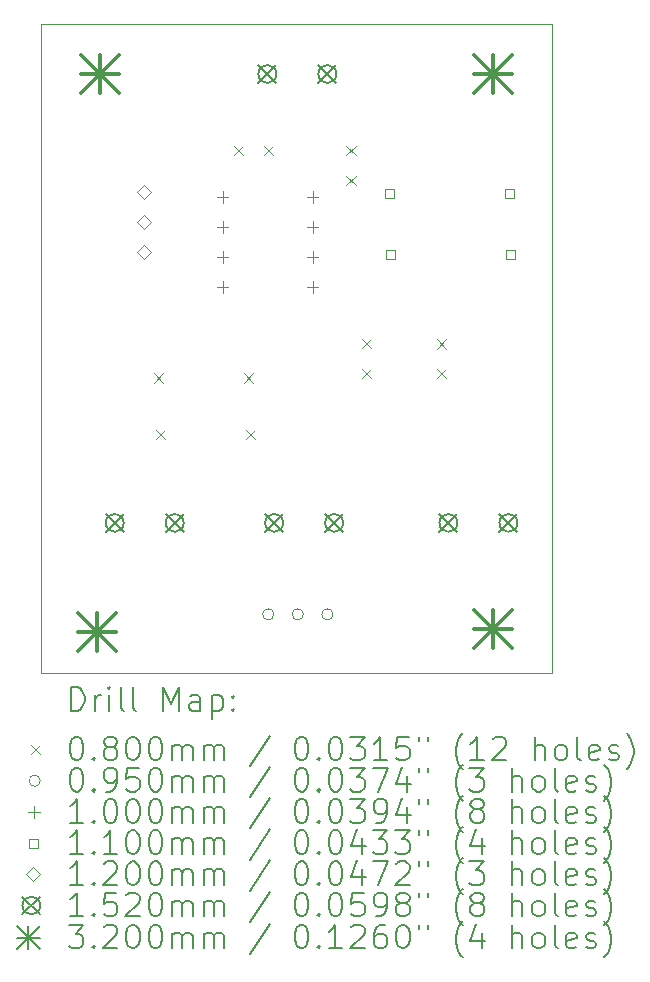
<source format=gbr>
%TF.GenerationSoftware,KiCad,Pcbnew,7.0.9*%
%TF.CreationDate,2024-03-13T22:20:56+01:00*%
%TF.ProjectId,Backlighting_PCB,4261636b-6c69-4676-9874-696e675f5043,rev?*%
%TF.SameCoordinates,Original*%
%TF.FileFunction,Drillmap*%
%TF.FilePolarity,Positive*%
%FSLAX45Y45*%
G04 Gerber Fmt 4.5, Leading zero omitted, Abs format (unit mm)*
G04 Created by KiCad (PCBNEW 7.0.9) date 2024-03-13 22:20:56*
%MOMM*%
%LPD*%
G01*
G04 APERTURE LIST*
%ADD10C,0.100000*%
%ADD11C,0.200000*%
%ADD12C,0.110000*%
%ADD13C,0.120000*%
%ADD14C,0.152000*%
%ADD15C,0.320000*%
G04 APERTURE END LIST*
D10*
X5750000Y-2500000D02*
X10075000Y-2500000D01*
X10075000Y-8000000D01*
X5750000Y-8000000D01*
X5750000Y-2500000D01*
D11*
D10*
X6704000Y-5460000D02*
X6784000Y-5540000D01*
X6784000Y-5460000D02*
X6704000Y-5540000D01*
X6723000Y-5935000D02*
X6803000Y-6015000D01*
X6803000Y-5935000D02*
X6723000Y-6015000D01*
X7385000Y-3535000D02*
X7465000Y-3615000D01*
X7465000Y-3535000D02*
X7385000Y-3615000D01*
X7466000Y-5460000D02*
X7546000Y-5540000D01*
X7546000Y-5460000D02*
X7466000Y-5540000D01*
X7485000Y-5935000D02*
X7565000Y-6015000D01*
X7565000Y-5935000D02*
X7485000Y-6015000D01*
X7635000Y-3535000D02*
X7715000Y-3615000D01*
X7715000Y-3535000D02*
X7635000Y-3615000D01*
X8335000Y-3535000D02*
X8415000Y-3615000D01*
X8415000Y-3535000D02*
X8335000Y-3615000D01*
X8335000Y-3785000D02*
X8415000Y-3865000D01*
X8415000Y-3785000D02*
X8335000Y-3865000D01*
X8469000Y-5169000D02*
X8549000Y-5249000D01*
X8549000Y-5169000D02*
X8469000Y-5249000D01*
X8469000Y-5419000D02*
X8549000Y-5499000D01*
X8549000Y-5419000D02*
X8469000Y-5499000D01*
X9104000Y-5171000D02*
X9184000Y-5251000D01*
X9184000Y-5171000D02*
X9104000Y-5251000D01*
X9104000Y-5421000D02*
X9184000Y-5501000D01*
X9184000Y-5421000D02*
X9104000Y-5501000D01*
X7722500Y-7500000D02*
G75*
G03*
X7722500Y-7500000I-47500J0D01*
G01*
X7972500Y-7500000D02*
G75*
G03*
X7972500Y-7500000I-47500J0D01*
G01*
X8222500Y-7500000D02*
G75*
G03*
X8222500Y-7500000I-47500J0D01*
G01*
X7288000Y-3913000D02*
X7288000Y-4013000D01*
X7238000Y-3963000D02*
X7338000Y-3963000D01*
X7288000Y-4167000D02*
X7288000Y-4267000D01*
X7238000Y-4217000D02*
X7338000Y-4217000D01*
X7288000Y-4421000D02*
X7288000Y-4521000D01*
X7238000Y-4471000D02*
X7338000Y-4471000D01*
X7288000Y-4675000D02*
X7288000Y-4775000D01*
X7238000Y-4725000D02*
X7338000Y-4725000D01*
X8050000Y-3913000D02*
X8050000Y-4013000D01*
X8000000Y-3963000D02*
X8100000Y-3963000D01*
X8050000Y-4167000D02*
X8050000Y-4267000D01*
X8000000Y-4217000D02*
X8100000Y-4217000D01*
X8050000Y-4421000D02*
X8050000Y-4521000D01*
X8000000Y-4471000D02*
X8100000Y-4471000D01*
X8050000Y-4675000D02*
X8050000Y-4775000D01*
X8000000Y-4725000D02*
X8100000Y-4725000D01*
D12*
X8738391Y-3975891D02*
X8738391Y-3898109D01*
X8660609Y-3898109D01*
X8660609Y-3975891D01*
X8738391Y-3975891D01*
X8747891Y-4488891D02*
X8747891Y-4411109D01*
X8670109Y-4411109D01*
X8670109Y-4488891D01*
X8747891Y-4488891D01*
X9754391Y-3975891D02*
X9754391Y-3898109D01*
X9676609Y-3898109D01*
X9676609Y-3975891D01*
X9754391Y-3975891D01*
X9763891Y-4488891D02*
X9763891Y-4411109D01*
X9686109Y-4411109D01*
X9686109Y-4488891D01*
X9763891Y-4488891D01*
D13*
X6625000Y-3985000D02*
X6685000Y-3925000D01*
X6625000Y-3865000D01*
X6565000Y-3925000D01*
X6625000Y-3985000D01*
X6625000Y-4239000D02*
X6685000Y-4179000D01*
X6625000Y-4119000D01*
X6565000Y-4179000D01*
X6625000Y-4239000D01*
X6625000Y-4493000D02*
X6685000Y-4433000D01*
X6625000Y-4373000D01*
X6565000Y-4433000D01*
X6625000Y-4493000D01*
D14*
X6299000Y-6649000D02*
X6451000Y-6801000D01*
X6451000Y-6649000D02*
X6299000Y-6801000D01*
X6451000Y-6725000D02*
G75*
G03*
X6451000Y-6725000I-76000J0D01*
G01*
X6807000Y-6649000D02*
X6959000Y-6801000D01*
X6959000Y-6649000D02*
X6807000Y-6801000D01*
X6959000Y-6725000D02*
G75*
G03*
X6959000Y-6725000I-76000J0D01*
G01*
X7591000Y-2849000D02*
X7743000Y-3001000D01*
X7743000Y-2849000D02*
X7591000Y-3001000D01*
X7743000Y-2925000D02*
G75*
G03*
X7743000Y-2925000I-76000J0D01*
G01*
X7649000Y-6649000D02*
X7801000Y-6801000D01*
X7801000Y-6649000D02*
X7649000Y-6801000D01*
X7801000Y-6725000D02*
G75*
G03*
X7801000Y-6725000I-76000J0D01*
G01*
X8099000Y-2849000D02*
X8251000Y-3001000D01*
X8251000Y-2849000D02*
X8099000Y-3001000D01*
X8251000Y-2925000D02*
G75*
G03*
X8251000Y-2925000I-76000J0D01*
G01*
X8157000Y-6649000D02*
X8309000Y-6801000D01*
X8309000Y-6649000D02*
X8157000Y-6801000D01*
X8309000Y-6725000D02*
G75*
G03*
X8309000Y-6725000I-76000J0D01*
G01*
X9124000Y-6649000D02*
X9276000Y-6801000D01*
X9276000Y-6649000D02*
X9124000Y-6801000D01*
X9276000Y-6725000D02*
G75*
G03*
X9276000Y-6725000I-76000J0D01*
G01*
X9632000Y-6649000D02*
X9784000Y-6801000D01*
X9784000Y-6649000D02*
X9632000Y-6801000D01*
X9784000Y-6725000D02*
G75*
G03*
X9784000Y-6725000I-76000J0D01*
G01*
D15*
X6065000Y-7490000D02*
X6385000Y-7810000D01*
X6385000Y-7490000D02*
X6065000Y-7810000D01*
X6225000Y-7490000D02*
X6225000Y-7810000D01*
X6065000Y-7650000D02*
X6385000Y-7650000D01*
X6090000Y-2765000D02*
X6410000Y-3085000D01*
X6410000Y-2765000D02*
X6090000Y-3085000D01*
X6250000Y-2765000D02*
X6250000Y-3085000D01*
X6090000Y-2925000D02*
X6410000Y-2925000D01*
X9415000Y-2765000D02*
X9735000Y-3085000D01*
X9735000Y-2765000D02*
X9415000Y-3085000D01*
X9575000Y-2765000D02*
X9575000Y-3085000D01*
X9415000Y-2925000D02*
X9735000Y-2925000D01*
X9415000Y-7465000D02*
X9735000Y-7785000D01*
X9735000Y-7465000D02*
X9415000Y-7785000D01*
X9575000Y-7465000D02*
X9575000Y-7785000D01*
X9415000Y-7625000D02*
X9735000Y-7625000D01*
D11*
X6005777Y-8316484D02*
X6005777Y-8116484D01*
X6005777Y-8116484D02*
X6053396Y-8116484D01*
X6053396Y-8116484D02*
X6081967Y-8126008D01*
X6081967Y-8126008D02*
X6101015Y-8145055D01*
X6101015Y-8145055D02*
X6110539Y-8164103D01*
X6110539Y-8164103D02*
X6120062Y-8202198D01*
X6120062Y-8202198D02*
X6120062Y-8230769D01*
X6120062Y-8230769D02*
X6110539Y-8268865D01*
X6110539Y-8268865D02*
X6101015Y-8287912D01*
X6101015Y-8287912D02*
X6081967Y-8306960D01*
X6081967Y-8306960D02*
X6053396Y-8316484D01*
X6053396Y-8316484D02*
X6005777Y-8316484D01*
X6205777Y-8316484D02*
X6205777Y-8183150D01*
X6205777Y-8221246D02*
X6215301Y-8202198D01*
X6215301Y-8202198D02*
X6224824Y-8192674D01*
X6224824Y-8192674D02*
X6243872Y-8183150D01*
X6243872Y-8183150D02*
X6262920Y-8183150D01*
X6329586Y-8316484D02*
X6329586Y-8183150D01*
X6329586Y-8116484D02*
X6320062Y-8126008D01*
X6320062Y-8126008D02*
X6329586Y-8135531D01*
X6329586Y-8135531D02*
X6339110Y-8126008D01*
X6339110Y-8126008D02*
X6329586Y-8116484D01*
X6329586Y-8116484D02*
X6329586Y-8135531D01*
X6453396Y-8316484D02*
X6434348Y-8306960D01*
X6434348Y-8306960D02*
X6424824Y-8287912D01*
X6424824Y-8287912D02*
X6424824Y-8116484D01*
X6558158Y-8316484D02*
X6539110Y-8306960D01*
X6539110Y-8306960D02*
X6529586Y-8287912D01*
X6529586Y-8287912D02*
X6529586Y-8116484D01*
X6786729Y-8316484D02*
X6786729Y-8116484D01*
X6786729Y-8116484D02*
X6853396Y-8259341D01*
X6853396Y-8259341D02*
X6920062Y-8116484D01*
X6920062Y-8116484D02*
X6920062Y-8316484D01*
X7101015Y-8316484D02*
X7101015Y-8211722D01*
X7101015Y-8211722D02*
X7091491Y-8192674D01*
X7091491Y-8192674D02*
X7072443Y-8183150D01*
X7072443Y-8183150D02*
X7034348Y-8183150D01*
X7034348Y-8183150D02*
X7015301Y-8192674D01*
X7101015Y-8306960D02*
X7081967Y-8316484D01*
X7081967Y-8316484D02*
X7034348Y-8316484D01*
X7034348Y-8316484D02*
X7015301Y-8306960D01*
X7015301Y-8306960D02*
X7005777Y-8287912D01*
X7005777Y-8287912D02*
X7005777Y-8268865D01*
X7005777Y-8268865D02*
X7015301Y-8249817D01*
X7015301Y-8249817D02*
X7034348Y-8240293D01*
X7034348Y-8240293D02*
X7081967Y-8240293D01*
X7081967Y-8240293D02*
X7101015Y-8230769D01*
X7196253Y-8183150D02*
X7196253Y-8383150D01*
X7196253Y-8192674D02*
X7215301Y-8183150D01*
X7215301Y-8183150D02*
X7253396Y-8183150D01*
X7253396Y-8183150D02*
X7272443Y-8192674D01*
X7272443Y-8192674D02*
X7281967Y-8202198D01*
X7281967Y-8202198D02*
X7291491Y-8221246D01*
X7291491Y-8221246D02*
X7291491Y-8278388D01*
X7291491Y-8278388D02*
X7281967Y-8297436D01*
X7281967Y-8297436D02*
X7272443Y-8306960D01*
X7272443Y-8306960D02*
X7253396Y-8316484D01*
X7253396Y-8316484D02*
X7215301Y-8316484D01*
X7215301Y-8316484D02*
X7196253Y-8306960D01*
X7377205Y-8297436D02*
X7386729Y-8306960D01*
X7386729Y-8306960D02*
X7377205Y-8316484D01*
X7377205Y-8316484D02*
X7367682Y-8306960D01*
X7367682Y-8306960D02*
X7377205Y-8297436D01*
X7377205Y-8297436D02*
X7377205Y-8316484D01*
X7377205Y-8192674D02*
X7386729Y-8202198D01*
X7386729Y-8202198D02*
X7377205Y-8211722D01*
X7377205Y-8211722D02*
X7367682Y-8202198D01*
X7367682Y-8202198D02*
X7377205Y-8192674D01*
X7377205Y-8192674D02*
X7377205Y-8211722D01*
D10*
X5665000Y-8605000D02*
X5745000Y-8685000D01*
X5745000Y-8605000D02*
X5665000Y-8685000D01*
D11*
X6043872Y-8536484D02*
X6062920Y-8536484D01*
X6062920Y-8536484D02*
X6081967Y-8546008D01*
X6081967Y-8546008D02*
X6091491Y-8555531D01*
X6091491Y-8555531D02*
X6101015Y-8574579D01*
X6101015Y-8574579D02*
X6110539Y-8612674D01*
X6110539Y-8612674D02*
X6110539Y-8660293D01*
X6110539Y-8660293D02*
X6101015Y-8698389D01*
X6101015Y-8698389D02*
X6091491Y-8717436D01*
X6091491Y-8717436D02*
X6081967Y-8726960D01*
X6081967Y-8726960D02*
X6062920Y-8736484D01*
X6062920Y-8736484D02*
X6043872Y-8736484D01*
X6043872Y-8736484D02*
X6024824Y-8726960D01*
X6024824Y-8726960D02*
X6015301Y-8717436D01*
X6015301Y-8717436D02*
X6005777Y-8698389D01*
X6005777Y-8698389D02*
X5996253Y-8660293D01*
X5996253Y-8660293D02*
X5996253Y-8612674D01*
X5996253Y-8612674D02*
X6005777Y-8574579D01*
X6005777Y-8574579D02*
X6015301Y-8555531D01*
X6015301Y-8555531D02*
X6024824Y-8546008D01*
X6024824Y-8546008D02*
X6043872Y-8536484D01*
X6196253Y-8717436D02*
X6205777Y-8726960D01*
X6205777Y-8726960D02*
X6196253Y-8736484D01*
X6196253Y-8736484D02*
X6186729Y-8726960D01*
X6186729Y-8726960D02*
X6196253Y-8717436D01*
X6196253Y-8717436D02*
X6196253Y-8736484D01*
X6320062Y-8622198D02*
X6301015Y-8612674D01*
X6301015Y-8612674D02*
X6291491Y-8603150D01*
X6291491Y-8603150D02*
X6281967Y-8584103D01*
X6281967Y-8584103D02*
X6281967Y-8574579D01*
X6281967Y-8574579D02*
X6291491Y-8555531D01*
X6291491Y-8555531D02*
X6301015Y-8546008D01*
X6301015Y-8546008D02*
X6320062Y-8536484D01*
X6320062Y-8536484D02*
X6358158Y-8536484D01*
X6358158Y-8536484D02*
X6377205Y-8546008D01*
X6377205Y-8546008D02*
X6386729Y-8555531D01*
X6386729Y-8555531D02*
X6396253Y-8574579D01*
X6396253Y-8574579D02*
X6396253Y-8584103D01*
X6396253Y-8584103D02*
X6386729Y-8603150D01*
X6386729Y-8603150D02*
X6377205Y-8612674D01*
X6377205Y-8612674D02*
X6358158Y-8622198D01*
X6358158Y-8622198D02*
X6320062Y-8622198D01*
X6320062Y-8622198D02*
X6301015Y-8631722D01*
X6301015Y-8631722D02*
X6291491Y-8641246D01*
X6291491Y-8641246D02*
X6281967Y-8660293D01*
X6281967Y-8660293D02*
X6281967Y-8698389D01*
X6281967Y-8698389D02*
X6291491Y-8717436D01*
X6291491Y-8717436D02*
X6301015Y-8726960D01*
X6301015Y-8726960D02*
X6320062Y-8736484D01*
X6320062Y-8736484D02*
X6358158Y-8736484D01*
X6358158Y-8736484D02*
X6377205Y-8726960D01*
X6377205Y-8726960D02*
X6386729Y-8717436D01*
X6386729Y-8717436D02*
X6396253Y-8698389D01*
X6396253Y-8698389D02*
X6396253Y-8660293D01*
X6396253Y-8660293D02*
X6386729Y-8641246D01*
X6386729Y-8641246D02*
X6377205Y-8631722D01*
X6377205Y-8631722D02*
X6358158Y-8622198D01*
X6520062Y-8536484D02*
X6539110Y-8536484D01*
X6539110Y-8536484D02*
X6558158Y-8546008D01*
X6558158Y-8546008D02*
X6567682Y-8555531D01*
X6567682Y-8555531D02*
X6577205Y-8574579D01*
X6577205Y-8574579D02*
X6586729Y-8612674D01*
X6586729Y-8612674D02*
X6586729Y-8660293D01*
X6586729Y-8660293D02*
X6577205Y-8698389D01*
X6577205Y-8698389D02*
X6567682Y-8717436D01*
X6567682Y-8717436D02*
X6558158Y-8726960D01*
X6558158Y-8726960D02*
X6539110Y-8736484D01*
X6539110Y-8736484D02*
X6520062Y-8736484D01*
X6520062Y-8736484D02*
X6501015Y-8726960D01*
X6501015Y-8726960D02*
X6491491Y-8717436D01*
X6491491Y-8717436D02*
X6481967Y-8698389D01*
X6481967Y-8698389D02*
X6472443Y-8660293D01*
X6472443Y-8660293D02*
X6472443Y-8612674D01*
X6472443Y-8612674D02*
X6481967Y-8574579D01*
X6481967Y-8574579D02*
X6491491Y-8555531D01*
X6491491Y-8555531D02*
X6501015Y-8546008D01*
X6501015Y-8546008D02*
X6520062Y-8536484D01*
X6710539Y-8536484D02*
X6729586Y-8536484D01*
X6729586Y-8536484D02*
X6748634Y-8546008D01*
X6748634Y-8546008D02*
X6758158Y-8555531D01*
X6758158Y-8555531D02*
X6767682Y-8574579D01*
X6767682Y-8574579D02*
X6777205Y-8612674D01*
X6777205Y-8612674D02*
X6777205Y-8660293D01*
X6777205Y-8660293D02*
X6767682Y-8698389D01*
X6767682Y-8698389D02*
X6758158Y-8717436D01*
X6758158Y-8717436D02*
X6748634Y-8726960D01*
X6748634Y-8726960D02*
X6729586Y-8736484D01*
X6729586Y-8736484D02*
X6710539Y-8736484D01*
X6710539Y-8736484D02*
X6691491Y-8726960D01*
X6691491Y-8726960D02*
X6681967Y-8717436D01*
X6681967Y-8717436D02*
X6672443Y-8698389D01*
X6672443Y-8698389D02*
X6662920Y-8660293D01*
X6662920Y-8660293D02*
X6662920Y-8612674D01*
X6662920Y-8612674D02*
X6672443Y-8574579D01*
X6672443Y-8574579D02*
X6681967Y-8555531D01*
X6681967Y-8555531D02*
X6691491Y-8546008D01*
X6691491Y-8546008D02*
X6710539Y-8536484D01*
X6862920Y-8736484D02*
X6862920Y-8603150D01*
X6862920Y-8622198D02*
X6872443Y-8612674D01*
X6872443Y-8612674D02*
X6891491Y-8603150D01*
X6891491Y-8603150D02*
X6920063Y-8603150D01*
X6920063Y-8603150D02*
X6939110Y-8612674D01*
X6939110Y-8612674D02*
X6948634Y-8631722D01*
X6948634Y-8631722D02*
X6948634Y-8736484D01*
X6948634Y-8631722D02*
X6958158Y-8612674D01*
X6958158Y-8612674D02*
X6977205Y-8603150D01*
X6977205Y-8603150D02*
X7005777Y-8603150D01*
X7005777Y-8603150D02*
X7024824Y-8612674D01*
X7024824Y-8612674D02*
X7034348Y-8631722D01*
X7034348Y-8631722D02*
X7034348Y-8736484D01*
X7129586Y-8736484D02*
X7129586Y-8603150D01*
X7129586Y-8622198D02*
X7139110Y-8612674D01*
X7139110Y-8612674D02*
X7158158Y-8603150D01*
X7158158Y-8603150D02*
X7186729Y-8603150D01*
X7186729Y-8603150D02*
X7205777Y-8612674D01*
X7205777Y-8612674D02*
X7215301Y-8631722D01*
X7215301Y-8631722D02*
X7215301Y-8736484D01*
X7215301Y-8631722D02*
X7224824Y-8612674D01*
X7224824Y-8612674D02*
X7243872Y-8603150D01*
X7243872Y-8603150D02*
X7272443Y-8603150D01*
X7272443Y-8603150D02*
X7291491Y-8612674D01*
X7291491Y-8612674D02*
X7301015Y-8631722D01*
X7301015Y-8631722D02*
X7301015Y-8736484D01*
X7691491Y-8526960D02*
X7520063Y-8784103D01*
X7948634Y-8536484D02*
X7967682Y-8536484D01*
X7967682Y-8536484D02*
X7986729Y-8546008D01*
X7986729Y-8546008D02*
X7996253Y-8555531D01*
X7996253Y-8555531D02*
X8005777Y-8574579D01*
X8005777Y-8574579D02*
X8015301Y-8612674D01*
X8015301Y-8612674D02*
X8015301Y-8660293D01*
X8015301Y-8660293D02*
X8005777Y-8698389D01*
X8005777Y-8698389D02*
X7996253Y-8717436D01*
X7996253Y-8717436D02*
X7986729Y-8726960D01*
X7986729Y-8726960D02*
X7967682Y-8736484D01*
X7967682Y-8736484D02*
X7948634Y-8736484D01*
X7948634Y-8736484D02*
X7929586Y-8726960D01*
X7929586Y-8726960D02*
X7920063Y-8717436D01*
X7920063Y-8717436D02*
X7910539Y-8698389D01*
X7910539Y-8698389D02*
X7901015Y-8660293D01*
X7901015Y-8660293D02*
X7901015Y-8612674D01*
X7901015Y-8612674D02*
X7910539Y-8574579D01*
X7910539Y-8574579D02*
X7920063Y-8555531D01*
X7920063Y-8555531D02*
X7929586Y-8546008D01*
X7929586Y-8546008D02*
X7948634Y-8536484D01*
X8101015Y-8717436D02*
X8110539Y-8726960D01*
X8110539Y-8726960D02*
X8101015Y-8736484D01*
X8101015Y-8736484D02*
X8091491Y-8726960D01*
X8091491Y-8726960D02*
X8101015Y-8717436D01*
X8101015Y-8717436D02*
X8101015Y-8736484D01*
X8234348Y-8536484D02*
X8253396Y-8536484D01*
X8253396Y-8536484D02*
X8272444Y-8546008D01*
X8272444Y-8546008D02*
X8281967Y-8555531D01*
X8281967Y-8555531D02*
X8291491Y-8574579D01*
X8291491Y-8574579D02*
X8301015Y-8612674D01*
X8301015Y-8612674D02*
X8301015Y-8660293D01*
X8301015Y-8660293D02*
X8291491Y-8698389D01*
X8291491Y-8698389D02*
X8281967Y-8717436D01*
X8281967Y-8717436D02*
X8272444Y-8726960D01*
X8272444Y-8726960D02*
X8253396Y-8736484D01*
X8253396Y-8736484D02*
X8234348Y-8736484D01*
X8234348Y-8736484D02*
X8215301Y-8726960D01*
X8215301Y-8726960D02*
X8205777Y-8717436D01*
X8205777Y-8717436D02*
X8196253Y-8698389D01*
X8196253Y-8698389D02*
X8186729Y-8660293D01*
X8186729Y-8660293D02*
X8186729Y-8612674D01*
X8186729Y-8612674D02*
X8196253Y-8574579D01*
X8196253Y-8574579D02*
X8205777Y-8555531D01*
X8205777Y-8555531D02*
X8215301Y-8546008D01*
X8215301Y-8546008D02*
X8234348Y-8536484D01*
X8367682Y-8536484D02*
X8491491Y-8536484D01*
X8491491Y-8536484D02*
X8424825Y-8612674D01*
X8424825Y-8612674D02*
X8453396Y-8612674D01*
X8453396Y-8612674D02*
X8472444Y-8622198D01*
X8472444Y-8622198D02*
X8481968Y-8631722D01*
X8481968Y-8631722D02*
X8491491Y-8650770D01*
X8491491Y-8650770D02*
X8491491Y-8698389D01*
X8491491Y-8698389D02*
X8481968Y-8717436D01*
X8481968Y-8717436D02*
X8472444Y-8726960D01*
X8472444Y-8726960D02*
X8453396Y-8736484D01*
X8453396Y-8736484D02*
X8396253Y-8736484D01*
X8396253Y-8736484D02*
X8377206Y-8726960D01*
X8377206Y-8726960D02*
X8367682Y-8717436D01*
X8681968Y-8736484D02*
X8567682Y-8736484D01*
X8624825Y-8736484D02*
X8624825Y-8536484D01*
X8624825Y-8536484D02*
X8605777Y-8565055D01*
X8605777Y-8565055D02*
X8586729Y-8584103D01*
X8586729Y-8584103D02*
X8567682Y-8593627D01*
X8862920Y-8536484D02*
X8767682Y-8536484D01*
X8767682Y-8536484D02*
X8758158Y-8631722D01*
X8758158Y-8631722D02*
X8767682Y-8622198D01*
X8767682Y-8622198D02*
X8786729Y-8612674D01*
X8786729Y-8612674D02*
X8834349Y-8612674D01*
X8834349Y-8612674D02*
X8853396Y-8622198D01*
X8853396Y-8622198D02*
X8862920Y-8631722D01*
X8862920Y-8631722D02*
X8872444Y-8650770D01*
X8872444Y-8650770D02*
X8872444Y-8698389D01*
X8872444Y-8698389D02*
X8862920Y-8717436D01*
X8862920Y-8717436D02*
X8853396Y-8726960D01*
X8853396Y-8726960D02*
X8834349Y-8736484D01*
X8834349Y-8736484D02*
X8786729Y-8736484D01*
X8786729Y-8736484D02*
X8767682Y-8726960D01*
X8767682Y-8726960D02*
X8758158Y-8717436D01*
X8948634Y-8536484D02*
X8948634Y-8574579D01*
X9024825Y-8536484D02*
X9024825Y-8574579D01*
X9320063Y-8812674D02*
X9310539Y-8803150D01*
X9310539Y-8803150D02*
X9291491Y-8774579D01*
X9291491Y-8774579D02*
X9281968Y-8755531D01*
X9281968Y-8755531D02*
X9272444Y-8726960D01*
X9272444Y-8726960D02*
X9262920Y-8679341D01*
X9262920Y-8679341D02*
X9262920Y-8641246D01*
X9262920Y-8641246D02*
X9272444Y-8593627D01*
X9272444Y-8593627D02*
X9281968Y-8565055D01*
X9281968Y-8565055D02*
X9291491Y-8546008D01*
X9291491Y-8546008D02*
X9310539Y-8517436D01*
X9310539Y-8517436D02*
X9320063Y-8507912D01*
X9501015Y-8736484D02*
X9386730Y-8736484D01*
X9443872Y-8736484D02*
X9443872Y-8536484D01*
X9443872Y-8536484D02*
X9424825Y-8565055D01*
X9424825Y-8565055D02*
X9405777Y-8584103D01*
X9405777Y-8584103D02*
X9386730Y-8593627D01*
X9577206Y-8555531D02*
X9586730Y-8546008D01*
X9586730Y-8546008D02*
X9605777Y-8536484D01*
X9605777Y-8536484D02*
X9653396Y-8536484D01*
X9653396Y-8536484D02*
X9672444Y-8546008D01*
X9672444Y-8546008D02*
X9681968Y-8555531D01*
X9681968Y-8555531D02*
X9691491Y-8574579D01*
X9691491Y-8574579D02*
X9691491Y-8593627D01*
X9691491Y-8593627D02*
X9681968Y-8622198D01*
X9681968Y-8622198D02*
X9567682Y-8736484D01*
X9567682Y-8736484D02*
X9691491Y-8736484D01*
X9929587Y-8736484D02*
X9929587Y-8536484D01*
X10015301Y-8736484D02*
X10015301Y-8631722D01*
X10015301Y-8631722D02*
X10005777Y-8612674D01*
X10005777Y-8612674D02*
X9986730Y-8603150D01*
X9986730Y-8603150D02*
X9958158Y-8603150D01*
X9958158Y-8603150D02*
X9939111Y-8612674D01*
X9939111Y-8612674D02*
X9929587Y-8622198D01*
X10139111Y-8736484D02*
X10120063Y-8726960D01*
X10120063Y-8726960D02*
X10110539Y-8717436D01*
X10110539Y-8717436D02*
X10101015Y-8698389D01*
X10101015Y-8698389D02*
X10101015Y-8641246D01*
X10101015Y-8641246D02*
X10110539Y-8622198D01*
X10110539Y-8622198D02*
X10120063Y-8612674D01*
X10120063Y-8612674D02*
X10139111Y-8603150D01*
X10139111Y-8603150D02*
X10167682Y-8603150D01*
X10167682Y-8603150D02*
X10186730Y-8612674D01*
X10186730Y-8612674D02*
X10196253Y-8622198D01*
X10196253Y-8622198D02*
X10205777Y-8641246D01*
X10205777Y-8641246D02*
X10205777Y-8698389D01*
X10205777Y-8698389D02*
X10196253Y-8717436D01*
X10196253Y-8717436D02*
X10186730Y-8726960D01*
X10186730Y-8726960D02*
X10167682Y-8736484D01*
X10167682Y-8736484D02*
X10139111Y-8736484D01*
X10320063Y-8736484D02*
X10301015Y-8726960D01*
X10301015Y-8726960D02*
X10291492Y-8707912D01*
X10291492Y-8707912D02*
X10291492Y-8536484D01*
X10472444Y-8726960D02*
X10453396Y-8736484D01*
X10453396Y-8736484D02*
X10415301Y-8736484D01*
X10415301Y-8736484D02*
X10396253Y-8726960D01*
X10396253Y-8726960D02*
X10386730Y-8707912D01*
X10386730Y-8707912D02*
X10386730Y-8631722D01*
X10386730Y-8631722D02*
X10396253Y-8612674D01*
X10396253Y-8612674D02*
X10415301Y-8603150D01*
X10415301Y-8603150D02*
X10453396Y-8603150D01*
X10453396Y-8603150D02*
X10472444Y-8612674D01*
X10472444Y-8612674D02*
X10481968Y-8631722D01*
X10481968Y-8631722D02*
X10481968Y-8650770D01*
X10481968Y-8650770D02*
X10386730Y-8669817D01*
X10558158Y-8726960D02*
X10577206Y-8736484D01*
X10577206Y-8736484D02*
X10615301Y-8736484D01*
X10615301Y-8736484D02*
X10634349Y-8726960D01*
X10634349Y-8726960D02*
X10643873Y-8707912D01*
X10643873Y-8707912D02*
X10643873Y-8698389D01*
X10643873Y-8698389D02*
X10634349Y-8679341D01*
X10634349Y-8679341D02*
X10615301Y-8669817D01*
X10615301Y-8669817D02*
X10586730Y-8669817D01*
X10586730Y-8669817D02*
X10567682Y-8660293D01*
X10567682Y-8660293D02*
X10558158Y-8641246D01*
X10558158Y-8641246D02*
X10558158Y-8631722D01*
X10558158Y-8631722D02*
X10567682Y-8612674D01*
X10567682Y-8612674D02*
X10586730Y-8603150D01*
X10586730Y-8603150D02*
X10615301Y-8603150D01*
X10615301Y-8603150D02*
X10634349Y-8612674D01*
X10710539Y-8812674D02*
X10720063Y-8803150D01*
X10720063Y-8803150D02*
X10739111Y-8774579D01*
X10739111Y-8774579D02*
X10748634Y-8755531D01*
X10748634Y-8755531D02*
X10758158Y-8726960D01*
X10758158Y-8726960D02*
X10767682Y-8679341D01*
X10767682Y-8679341D02*
X10767682Y-8641246D01*
X10767682Y-8641246D02*
X10758158Y-8593627D01*
X10758158Y-8593627D02*
X10748634Y-8565055D01*
X10748634Y-8565055D02*
X10739111Y-8546008D01*
X10739111Y-8546008D02*
X10720063Y-8517436D01*
X10720063Y-8517436D02*
X10710539Y-8507912D01*
D10*
X5745000Y-8909000D02*
G75*
G03*
X5745000Y-8909000I-47500J0D01*
G01*
D11*
X6043872Y-8800484D02*
X6062920Y-8800484D01*
X6062920Y-8800484D02*
X6081967Y-8810008D01*
X6081967Y-8810008D02*
X6091491Y-8819531D01*
X6091491Y-8819531D02*
X6101015Y-8838579D01*
X6101015Y-8838579D02*
X6110539Y-8876674D01*
X6110539Y-8876674D02*
X6110539Y-8924293D01*
X6110539Y-8924293D02*
X6101015Y-8962389D01*
X6101015Y-8962389D02*
X6091491Y-8981436D01*
X6091491Y-8981436D02*
X6081967Y-8990960D01*
X6081967Y-8990960D02*
X6062920Y-9000484D01*
X6062920Y-9000484D02*
X6043872Y-9000484D01*
X6043872Y-9000484D02*
X6024824Y-8990960D01*
X6024824Y-8990960D02*
X6015301Y-8981436D01*
X6015301Y-8981436D02*
X6005777Y-8962389D01*
X6005777Y-8962389D02*
X5996253Y-8924293D01*
X5996253Y-8924293D02*
X5996253Y-8876674D01*
X5996253Y-8876674D02*
X6005777Y-8838579D01*
X6005777Y-8838579D02*
X6015301Y-8819531D01*
X6015301Y-8819531D02*
X6024824Y-8810008D01*
X6024824Y-8810008D02*
X6043872Y-8800484D01*
X6196253Y-8981436D02*
X6205777Y-8990960D01*
X6205777Y-8990960D02*
X6196253Y-9000484D01*
X6196253Y-9000484D02*
X6186729Y-8990960D01*
X6186729Y-8990960D02*
X6196253Y-8981436D01*
X6196253Y-8981436D02*
X6196253Y-9000484D01*
X6301015Y-9000484D02*
X6339110Y-9000484D01*
X6339110Y-9000484D02*
X6358158Y-8990960D01*
X6358158Y-8990960D02*
X6367682Y-8981436D01*
X6367682Y-8981436D02*
X6386729Y-8952865D01*
X6386729Y-8952865D02*
X6396253Y-8914770D01*
X6396253Y-8914770D02*
X6396253Y-8838579D01*
X6396253Y-8838579D02*
X6386729Y-8819531D01*
X6386729Y-8819531D02*
X6377205Y-8810008D01*
X6377205Y-8810008D02*
X6358158Y-8800484D01*
X6358158Y-8800484D02*
X6320062Y-8800484D01*
X6320062Y-8800484D02*
X6301015Y-8810008D01*
X6301015Y-8810008D02*
X6291491Y-8819531D01*
X6291491Y-8819531D02*
X6281967Y-8838579D01*
X6281967Y-8838579D02*
X6281967Y-8886198D01*
X6281967Y-8886198D02*
X6291491Y-8905246D01*
X6291491Y-8905246D02*
X6301015Y-8914770D01*
X6301015Y-8914770D02*
X6320062Y-8924293D01*
X6320062Y-8924293D02*
X6358158Y-8924293D01*
X6358158Y-8924293D02*
X6377205Y-8914770D01*
X6377205Y-8914770D02*
X6386729Y-8905246D01*
X6386729Y-8905246D02*
X6396253Y-8886198D01*
X6577205Y-8800484D02*
X6481967Y-8800484D01*
X6481967Y-8800484D02*
X6472443Y-8895722D01*
X6472443Y-8895722D02*
X6481967Y-8886198D01*
X6481967Y-8886198D02*
X6501015Y-8876674D01*
X6501015Y-8876674D02*
X6548634Y-8876674D01*
X6548634Y-8876674D02*
X6567682Y-8886198D01*
X6567682Y-8886198D02*
X6577205Y-8895722D01*
X6577205Y-8895722D02*
X6586729Y-8914770D01*
X6586729Y-8914770D02*
X6586729Y-8962389D01*
X6586729Y-8962389D02*
X6577205Y-8981436D01*
X6577205Y-8981436D02*
X6567682Y-8990960D01*
X6567682Y-8990960D02*
X6548634Y-9000484D01*
X6548634Y-9000484D02*
X6501015Y-9000484D01*
X6501015Y-9000484D02*
X6481967Y-8990960D01*
X6481967Y-8990960D02*
X6472443Y-8981436D01*
X6710539Y-8800484D02*
X6729586Y-8800484D01*
X6729586Y-8800484D02*
X6748634Y-8810008D01*
X6748634Y-8810008D02*
X6758158Y-8819531D01*
X6758158Y-8819531D02*
X6767682Y-8838579D01*
X6767682Y-8838579D02*
X6777205Y-8876674D01*
X6777205Y-8876674D02*
X6777205Y-8924293D01*
X6777205Y-8924293D02*
X6767682Y-8962389D01*
X6767682Y-8962389D02*
X6758158Y-8981436D01*
X6758158Y-8981436D02*
X6748634Y-8990960D01*
X6748634Y-8990960D02*
X6729586Y-9000484D01*
X6729586Y-9000484D02*
X6710539Y-9000484D01*
X6710539Y-9000484D02*
X6691491Y-8990960D01*
X6691491Y-8990960D02*
X6681967Y-8981436D01*
X6681967Y-8981436D02*
X6672443Y-8962389D01*
X6672443Y-8962389D02*
X6662920Y-8924293D01*
X6662920Y-8924293D02*
X6662920Y-8876674D01*
X6662920Y-8876674D02*
X6672443Y-8838579D01*
X6672443Y-8838579D02*
X6681967Y-8819531D01*
X6681967Y-8819531D02*
X6691491Y-8810008D01*
X6691491Y-8810008D02*
X6710539Y-8800484D01*
X6862920Y-9000484D02*
X6862920Y-8867150D01*
X6862920Y-8886198D02*
X6872443Y-8876674D01*
X6872443Y-8876674D02*
X6891491Y-8867150D01*
X6891491Y-8867150D02*
X6920063Y-8867150D01*
X6920063Y-8867150D02*
X6939110Y-8876674D01*
X6939110Y-8876674D02*
X6948634Y-8895722D01*
X6948634Y-8895722D02*
X6948634Y-9000484D01*
X6948634Y-8895722D02*
X6958158Y-8876674D01*
X6958158Y-8876674D02*
X6977205Y-8867150D01*
X6977205Y-8867150D02*
X7005777Y-8867150D01*
X7005777Y-8867150D02*
X7024824Y-8876674D01*
X7024824Y-8876674D02*
X7034348Y-8895722D01*
X7034348Y-8895722D02*
X7034348Y-9000484D01*
X7129586Y-9000484D02*
X7129586Y-8867150D01*
X7129586Y-8886198D02*
X7139110Y-8876674D01*
X7139110Y-8876674D02*
X7158158Y-8867150D01*
X7158158Y-8867150D02*
X7186729Y-8867150D01*
X7186729Y-8867150D02*
X7205777Y-8876674D01*
X7205777Y-8876674D02*
X7215301Y-8895722D01*
X7215301Y-8895722D02*
X7215301Y-9000484D01*
X7215301Y-8895722D02*
X7224824Y-8876674D01*
X7224824Y-8876674D02*
X7243872Y-8867150D01*
X7243872Y-8867150D02*
X7272443Y-8867150D01*
X7272443Y-8867150D02*
X7291491Y-8876674D01*
X7291491Y-8876674D02*
X7301015Y-8895722D01*
X7301015Y-8895722D02*
X7301015Y-9000484D01*
X7691491Y-8790960D02*
X7520063Y-9048103D01*
X7948634Y-8800484D02*
X7967682Y-8800484D01*
X7967682Y-8800484D02*
X7986729Y-8810008D01*
X7986729Y-8810008D02*
X7996253Y-8819531D01*
X7996253Y-8819531D02*
X8005777Y-8838579D01*
X8005777Y-8838579D02*
X8015301Y-8876674D01*
X8015301Y-8876674D02*
X8015301Y-8924293D01*
X8015301Y-8924293D02*
X8005777Y-8962389D01*
X8005777Y-8962389D02*
X7996253Y-8981436D01*
X7996253Y-8981436D02*
X7986729Y-8990960D01*
X7986729Y-8990960D02*
X7967682Y-9000484D01*
X7967682Y-9000484D02*
X7948634Y-9000484D01*
X7948634Y-9000484D02*
X7929586Y-8990960D01*
X7929586Y-8990960D02*
X7920063Y-8981436D01*
X7920063Y-8981436D02*
X7910539Y-8962389D01*
X7910539Y-8962389D02*
X7901015Y-8924293D01*
X7901015Y-8924293D02*
X7901015Y-8876674D01*
X7901015Y-8876674D02*
X7910539Y-8838579D01*
X7910539Y-8838579D02*
X7920063Y-8819531D01*
X7920063Y-8819531D02*
X7929586Y-8810008D01*
X7929586Y-8810008D02*
X7948634Y-8800484D01*
X8101015Y-8981436D02*
X8110539Y-8990960D01*
X8110539Y-8990960D02*
X8101015Y-9000484D01*
X8101015Y-9000484D02*
X8091491Y-8990960D01*
X8091491Y-8990960D02*
X8101015Y-8981436D01*
X8101015Y-8981436D02*
X8101015Y-9000484D01*
X8234348Y-8800484D02*
X8253396Y-8800484D01*
X8253396Y-8800484D02*
X8272444Y-8810008D01*
X8272444Y-8810008D02*
X8281967Y-8819531D01*
X8281967Y-8819531D02*
X8291491Y-8838579D01*
X8291491Y-8838579D02*
X8301015Y-8876674D01*
X8301015Y-8876674D02*
X8301015Y-8924293D01*
X8301015Y-8924293D02*
X8291491Y-8962389D01*
X8291491Y-8962389D02*
X8281967Y-8981436D01*
X8281967Y-8981436D02*
X8272444Y-8990960D01*
X8272444Y-8990960D02*
X8253396Y-9000484D01*
X8253396Y-9000484D02*
X8234348Y-9000484D01*
X8234348Y-9000484D02*
X8215301Y-8990960D01*
X8215301Y-8990960D02*
X8205777Y-8981436D01*
X8205777Y-8981436D02*
X8196253Y-8962389D01*
X8196253Y-8962389D02*
X8186729Y-8924293D01*
X8186729Y-8924293D02*
X8186729Y-8876674D01*
X8186729Y-8876674D02*
X8196253Y-8838579D01*
X8196253Y-8838579D02*
X8205777Y-8819531D01*
X8205777Y-8819531D02*
X8215301Y-8810008D01*
X8215301Y-8810008D02*
X8234348Y-8800484D01*
X8367682Y-8800484D02*
X8491491Y-8800484D01*
X8491491Y-8800484D02*
X8424825Y-8876674D01*
X8424825Y-8876674D02*
X8453396Y-8876674D01*
X8453396Y-8876674D02*
X8472444Y-8886198D01*
X8472444Y-8886198D02*
X8481968Y-8895722D01*
X8481968Y-8895722D02*
X8491491Y-8914770D01*
X8491491Y-8914770D02*
X8491491Y-8962389D01*
X8491491Y-8962389D02*
X8481968Y-8981436D01*
X8481968Y-8981436D02*
X8472444Y-8990960D01*
X8472444Y-8990960D02*
X8453396Y-9000484D01*
X8453396Y-9000484D02*
X8396253Y-9000484D01*
X8396253Y-9000484D02*
X8377206Y-8990960D01*
X8377206Y-8990960D02*
X8367682Y-8981436D01*
X8558158Y-8800484D02*
X8691491Y-8800484D01*
X8691491Y-8800484D02*
X8605777Y-9000484D01*
X8853396Y-8867150D02*
X8853396Y-9000484D01*
X8805777Y-8790960D02*
X8758158Y-8933817D01*
X8758158Y-8933817D02*
X8881968Y-8933817D01*
X8948634Y-8800484D02*
X8948634Y-8838579D01*
X9024825Y-8800484D02*
X9024825Y-8838579D01*
X9320063Y-9076674D02*
X9310539Y-9067150D01*
X9310539Y-9067150D02*
X9291491Y-9038579D01*
X9291491Y-9038579D02*
X9281968Y-9019531D01*
X9281968Y-9019531D02*
X9272444Y-8990960D01*
X9272444Y-8990960D02*
X9262920Y-8943341D01*
X9262920Y-8943341D02*
X9262920Y-8905246D01*
X9262920Y-8905246D02*
X9272444Y-8857627D01*
X9272444Y-8857627D02*
X9281968Y-8829055D01*
X9281968Y-8829055D02*
X9291491Y-8810008D01*
X9291491Y-8810008D02*
X9310539Y-8781436D01*
X9310539Y-8781436D02*
X9320063Y-8771912D01*
X9377206Y-8800484D02*
X9501015Y-8800484D01*
X9501015Y-8800484D02*
X9434349Y-8876674D01*
X9434349Y-8876674D02*
X9462920Y-8876674D01*
X9462920Y-8876674D02*
X9481968Y-8886198D01*
X9481968Y-8886198D02*
X9491491Y-8895722D01*
X9491491Y-8895722D02*
X9501015Y-8914770D01*
X9501015Y-8914770D02*
X9501015Y-8962389D01*
X9501015Y-8962389D02*
X9491491Y-8981436D01*
X9491491Y-8981436D02*
X9481968Y-8990960D01*
X9481968Y-8990960D02*
X9462920Y-9000484D01*
X9462920Y-9000484D02*
X9405777Y-9000484D01*
X9405777Y-9000484D02*
X9386730Y-8990960D01*
X9386730Y-8990960D02*
X9377206Y-8981436D01*
X9739111Y-9000484D02*
X9739111Y-8800484D01*
X9824825Y-9000484D02*
X9824825Y-8895722D01*
X9824825Y-8895722D02*
X9815301Y-8876674D01*
X9815301Y-8876674D02*
X9796253Y-8867150D01*
X9796253Y-8867150D02*
X9767682Y-8867150D01*
X9767682Y-8867150D02*
X9748634Y-8876674D01*
X9748634Y-8876674D02*
X9739111Y-8886198D01*
X9948634Y-9000484D02*
X9929587Y-8990960D01*
X9929587Y-8990960D02*
X9920063Y-8981436D01*
X9920063Y-8981436D02*
X9910539Y-8962389D01*
X9910539Y-8962389D02*
X9910539Y-8905246D01*
X9910539Y-8905246D02*
X9920063Y-8886198D01*
X9920063Y-8886198D02*
X9929587Y-8876674D01*
X9929587Y-8876674D02*
X9948634Y-8867150D01*
X9948634Y-8867150D02*
X9977206Y-8867150D01*
X9977206Y-8867150D02*
X9996253Y-8876674D01*
X9996253Y-8876674D02*
X10005777Y-8886198D01*
X10005777Y-8886198D02*
X10015301Y-8905246D01*
X10015301Y-8905246D02*
X10015301Y-8962389D01*
X10015301Y-8962389D02*
X10005777Y-8981436D01*
X10005777Y-8981436D02*
X9996253Y-8990960D01*
X9996253Y-8990960D02*
X9977206Y-9000484D01*
X9977206Y-9000484D02*
X9948634Y-9000484D01*
X10129587Y-9000484D02*
X10110539Y-8990960D01*
X10110539Y-8990960D02*
X10101015Y-8971912D01*
X10101015Y-8971912D02*
X10101015Y-8800484D01*
X10281968Y-8990960D02*
X10262920Y-9000484D01*
X10262920Y-9000484D02*
X10224825Y-9000484D01*
X10224825Y-9000484D02*
X10205777Y-8990960D01*
X10205777Y-8990960D02*
X10196253Y-8971912D01*
X10196253Y-8971912D02*
X10196253Y-8895722D01*
X10196253Y-8895722D02*
X10205777Y-8876674D01*
X10205777Y-8876674D02*
X10224825Y-8867150D01*
X10224825Y-8867150D02*
X10262920Y-8867150D01*
X10262920Y-8867150D02*
X10281968Y-8876674D01*
X10281968Y-8876674D02*
X10291492Y-8895722D01*
X10291492Y-8895722D02*
X10291492Y-8914770D01*
X10291492Y-8914770D02*
X10196253Y-8933817D01*
X10367682Y-8990960D02*
X10386730Y-9000484D01*
X10386730Y-9000484D02*
X10424825Y-9000484D01*
X10424825Y-9000484D02*
X10443873Y-8990960D01*
X10443873Y-8990960D02*
X10453396Y-8971912D01*
X10453396Y-8971912D02*
X10453396Y-8962389D01*
X10453396Y-8962389D02*
X10443873Y-8943341D01*
X10443873Y-8943341D02*
X10424825Y-8933817D01*
X10424825Y-8933817D02*
X10396253Y-8933817D01*
X10396253Y-8933817D02*
X10377206Y-8924293D01*
X10377206Y-8924293D02*
X10367682Y-8905246D01*
X10367682Y-8905246D02*
X10367682Y-8895722D01*
X10367682Y-8895722D02*
X10377206Y-8876674D01*
X10377206Y-8876674D02*
X10396253Y-8867150D01*
X10396253Y-8867150D02*
X10424825Y-8867150D01*
X10424825Y-8867150D02*
X10443873Y-8876674D01*
X10520063Y-9076674D02*
X10529587Y-9067150D01*
X10529587Y-9067150D02*
X10548634Y-9038579D01*
X10548634Y-9038579D02*
X10558158Y-9019531D01*
X10558158Y-9019531D02*
X10567682Y-8990960D01*
X10567682Y-8990960D02*
X10577206Y-8943341D01*
X10577206Y-8943341D02*
X10577206Y-8905246D01*
X10577206Y-8905246D02*
X10567682Y-8857627D01*
X10567682Y-8857627D02*
X10558158Y-8829055D01*
X10558158Y-8829055D02*
X10548634Y-8810008D01*
X10548634Y-8810008D02*
X10529587Y-8781436D01*
X10529587Y-8781436D02*
X10520063Y-8771912D01*
D10*
X5695000Y-9123000D02*
X5695000Y-9223000D01*
X5645000Y-9173000D02*
X5745000Y-9173000D01*
D11*
X6110539Y-9264484D02*
X5996253Y-9264484D01*
X6053396Y-9264484D02*
X6053396Y-9064484D01*
X6053396Y-9064484D02*
X6034348Y-9093055D01*
X6034348Y-9093055D02*
X6015301Y-9112103D01*
X6015301Y-9112103D02*
X5996253Y-9121627D01*
X6196253Y-9245436D02*
X6205777Y-9254960D01*
X6205777Y-9254960D02*
X6196253Y-9264484D01*
X6196253Y-9264484D02*
X6186729Y-9254960D01*
X6186729Y-9254960D02*
X6196253Y-9245436D01*
X6196253Y-9245436D02*
X6196253Y-9264484D01*
X6329586Y-9064484D02*
X6348634Y-9064484D01*
X6348634Y-9064484D02*
X6367682Y-9074008D01*
X6367682Y-9074008D02*
X6377205Y-9083531D01*
X6377205Y-9083531D02*
X6386729Y-9102579D01*
X6386729Y-9102579D02*
X6396253Y-9140674D01*
X6396253Y-9140674D02*
X6396253Y-9188293D01*
X6396253Y-9188293D02*
X6386729Y-9226389D01*
X6386729Y-9226389D02*
X6377205Y-9245436D01*
X6377205Y-9245436D02*
X6367682Y-9254960D01*
X6367682Y-9254960D02*
X6348634Y-9264484D01*
X6348634Y-9264484D02*
X6329586Y-9264484D01*
X6329586Y-9264484D02*
X6310539Y-9254960D01*
X6310539Y-9254960D02*
X6301015Y-9245436D01*
X6301015Y-9245436D02*
X6291491Y-9226389D01*
X6291491Y-9226389D02*
X6281967Y-9188293D01*
X6281967Y-9188293D02*
X6281967Y-9140674D01*
X6281967Y-9140674D02*
X6291491Y-9102579D01*
X6291491Y-9102579D02*
X6301015Y-9083531D01*
X6301015Y-9083531D02*
X6310539Y-9074008D01*
X6310539Y-9074008D02*
X6329586Y-9064484D01*
X6520062Y-9064484D02*
X6539110Y-9064484D01*
X6539110Y-9064484D02*
X6558158Y-9074008D01*
X6558158Y-9074008D02*
X6567682Y-9083531D01*
X6567682Y-9083531D02*
X6577205Y-9102579D01*
X6577205Y-9102579D02*
X6586729Y-9140674D01*
X6586729Y-9140674D02*
X6586729Y-9188293D01*
X6586729Y-9188293D02*
X6577205Y-9226389D01*
X6577205Y-9226389D02*
X6567682Y-9245436D01*
X6567682Y-9245436D02*
X6558158Y-9254960D01*
X6558158Y-9254960D02*
X6539110Y-9264484D01*
X6539110Y-9264484D02*
X6520062Y-9264484D01*
X6520062Y-9264484D02*
X6501015Y-9254960D01*
X6501015Y-9254960D02*
X6491491Y-9245436D01*
X6491491Y-9245436D02*
X6481967Y-9226389D01*
X6481967Y-9226389D02*
X6472443Y-9188293D01*
X6472443Y-9188293D02*
X6472443Y-9140674D01*
X6472443Y-9140674D02*
X6481967Y-9102579D01*
X6481967Y-9102579D02*
X6491491Y-9083531D01*
X6491491Y-9083531D02*
X6501015Y-9074008D01*
X6501015Y-9074008D02*
X6520062Y-9064484D01*
X6710539Y-9064484D02*
X6729586Y-9064484D01*
X6729586Y-9064484D02*
X6748634Y-9074008D01*
X6748634Y-9074008D02*
X6758158Y-9083531D01*
X6758158Y-9083531D02*
X6767682Y-9102579D01*
X6767682Y-9102579D02*
X6777205Y-9140674D01*
X6777205Y-9140674D02*
X6777205Y-9188293D01*
X6777205Y-9188293D02*
X6767682Y-9226389D01*
X6767682Y-9226389D02*
X6758158Y-9245436D01*
X6758158Y-9245436D02*
X6748634Y-9254960D01*
X6748634Y-9254960D02*
X6729586Y-9264484D01*
X6729586Y-9264484D02*
X6710539Y-9264484D01*
X6710539Y-9264484D02*
X6691491Y-9254960D01*
X6691491Y-9254960D02*
X6681967Y-9245436D01*
X6681967Y-9245436D02*
X6672443Y-9226389D01*
X6672443Y-9226389D02*
X6662920Y-9188293D01*
X6662920Y-9188293D02*
X6662920Y-9140674D01*
X6662920Y-9140674D02*
X6672443Y-9102579D01*
X6672443Y-9102579D02*
X6681967Y-9083531D01*
X6681967Y-9083531D02*
X6691491Y-9074008D01*
X6691491Y-9074008D02*
X6710539Y-9064484D01*
X6862920Y-9264484D02*
X6862920Y-9131150D01*
X6862920Y-9150198D02*
X6872443Y-9140674D01*
X6872443Y-9140674D02*
X6891491Y-9131150D01*
X6891491Y-9131150D02*
X6920063Y-9131150D01*
X6920063Y-9131150D02*
X6939110Y-9140674D01*
X6939110Y-9140674D02*
X6948634Y-9159722D01*
X6948634Y-9159722D02*
X6948634Y-9264484D01*
X6948634Y-9159722D02*
X6958158Y-9140674D01*
X6958158Y-9140674D02*
X6977205Y-9131150D01*
X6977205Y-9131150D02*
X7005777Y-9131150D01*
X7005777Y-9131150D02*
X7024824Y-9140674D01*
X7024824Y-9140674D02*
X7034348Y-9159722D01*
X7034348Y-9159722D02*
X7034348Y-9264484D01*
X7129586Y-9264484D02*
X7129586Y-9131150D01*
X7129586Y-9150198D02*
X7139110Y-9140674D01*
X7139110Y-9140674D02*
X7158158Y-9131150D01*
X7158158Y-9131150D02*
X7186729Y-9131150D01*
X7186729Y-9131150D02*
X7205777Y-9140674D01*
X7205777Y-9140674D02*
X7215301Y-9159722D01*
X7215301Y-9159722D02*
X7215301Y-9264484D01*
X7215301Y-9159722D02*
X7224824Y-9140674D01*
X7224824Y-9140674D02*
X7243872Y-9131150D01*
X7243872Y-9131150D02*
X7272443Y-9131150D01*
X7272443Y-9131150D02*
X7291491Y-9140674D01*
X7291491Y-9140674D02*
X7301015Y-9159722D01*
X7301015Y-9159722D02*
X7301015Y-9264484D01*
X7691491Y-9054960D02*
X7520063Y-9312103D01*
X7948634Y-9064484D02*
X7967682Y-9064484D01*
X7967682Y-9064484D02*
X7986729Y-9074008D01*
X7986729Y-9074008D02*
X7996253Y-9083531D01*
X7996253Y-9083531D02*
X8005777Y-9102579D01*
X8005777Y-9102579D02*
X8015301Y-9140674D01*
X8015301Y-9140674D02*
X8015301Y-9188293D01*
X8015301Y-9188293D02*
X8005777Y-9226389D01*
X8005777Y-9226389D02*
X7996253Y-9245436D01*
X7996253Y-9245436D02*
X7986729Y-9254960D01*
X7986729Y-9254960D02*
X7967682Y-9264484D01*
X7967682Y-9264484D02*
X7948634Y-9264484D01*
X7948634Y-9264484D02*
X7929586Y-9254960D01*
X7929586Y-9254960D02*
X7920063Y-9245436D01*
X7920063Y-9245436D02*
X7910539Y-9226389D01*
X7910539Y-9226389D02*
X7901015Y-9188293D01*
X7901015Y-9188293D02*
X7901015Y-9140674D01*
X7901015Y-9140674D02*
X7910539Y-9102579D01*
X7910539Y-9102579D02*
X7920063Y-9083531D01*
X7920063Y-9083531D02*
X7929586Y-9074008D01*
X7929586Y-9074008D02*
X7948634Y-9064484D01*
X8101015Y-9245436D02*
X8110539Y-9254960D01*
X8110539Y-9254960D02*
X8101015Y-9264484D01*
X8101015Y-9264484D02*
X8091491Y-9254960D01*
X8091491Y-9254960D02*
X8101015Y-9245436D01*
X8101015Y-9245436D02*
X8101015Y-9264484D01*
X8234348Y-9064484D02*
X8253396Y-9064484D01*
X8253396Y-9064484D02*
X8272444Y-9074008D01*
X8272444Y-9074008D02*
X8281967Y-9083531D01*
X8281967Y-9083531D02*
X8291491Y-9102579D01*
X8291491Y-9102579D02*
X8301015Y-9140674D01*
X8301015Y-9140674D02*
X8301015Y-9188293D01*
X8301015Y-9188293D02*
X8291491Y-9226389D01*
X8291491Y-9226389D02*
X8281967Y-9245436D01*
X8281967Y-9245436D02*
X8272444Y-9254960D01*
X8272444Y-9254960D02*
X8253396Y-9264484D01*
X8253396Y-9264484D02*
X8234348Y-9264484D01*
X8234348Y-9264484D02*
X8215301Y-9254960D01*
X8215301Y-9254960D02*
X8205777Y-9245436D01*
X8205777Y-9245436D02*
X8196253Y-9226389D01*
X8196253Y-9226389D02*
X8186729Y-9188293D01*
X8186729Y-9188293D02*
X8186729Y-9140674D01*
X8186729Y-9140674D02*
X8196253Y-9102579D01*
X8196253Y-9102579D02*
X8205777Y-9083531D01*
X8205777Y-9083531D02*
X8215301Y-9074008D01*
X8215301Y-9074008D02*
X8234348Y-9064484D01*
X8367682Y-9064484D02*
X8491491Y-9064484D01*
X8491491Y-9064484D02*
X8424825Y-9140674D01*
X8424825Y-9140674D02*
X8453396Y-9140674D01*
X8453396Y-9140674D02*
X8472444Y-9150198D01*
X8472444Y-9150198D02*
X8481968Y-9159722D01*
X8481968Y-9159722D02*
X8491491Y-9178770D01*
X8491491Y-9178770D02*
X8491491Y-9226389D01*
X8491491Y-9226389D02*
X8481968Y-9245436D01*
X8481968Y-9245436D02*
X8472444Y-9254960D01*
X8472444Y-9254960D02*
X8453396Y-9264484D01*
X8453396Y-9264484D02*
X8396253Y-9264484D01*
X8396253Y-9264484D02*
X8377206Y-9254960D01*
X8377206Y-9254960D02*
X8367682Y-9245436D01*
X8586729Y-9264484D02*
X8624825Y-9264484D01*
X8624825Y-9264484D02*
X8643872Y-9254960D01*
X8643872Y-9254960D02*
X8653396Y-9245436D01*
X8653396Y-9245436D02*
X8672444Y-9216865D01*
X8672444Y-9216865D02*
X8681968Y-9178770D01*
X8681968Y-9178770D02*
X8681968Y-9102579D01*
X8681968Y-9102579D02*
X8672444Y-9083531D01*
X8672444Y-9083531D02*
X8662920Y-9074008D01*
X8662920Y-9074008D02*
X8643872Y-9064484D01*
X8643872Y-9064484D02*
X8605777Y-9064484D01*
X8605777Y-9064484D02*
X8586729Y-9074008D01*
X8586729Y-9074008D02*
X8577206Y-9083531D01*
X8577206Y-9083531D02*
X8567682Y-9102579D01*
X8567682Y-9102579D02*
X8567682Y-9150198D01*
X8567682Y-9150198D02*
X8577206Y-9169246D01*
X8577206Y-9169246D02*
X8586729Y-9178770D01*
X8586729Y-9178770D02*
X8605777Y-9188293D01*
X8605777Y-9188293D02*
X8643872Y-9188293D01*
X8643872Y-9188293D02*
X8662920Y-9178770D01*
X8662920Y-9178770D02*
X8672444Y-9169246D01*
X8672444Y-9169246D02*
X8681968Y-9150198D01*
X8853396Y-9131150D02*
X8853396Y-9264484D01*
X8805777Y-9054960D02*
X8758158Y-9197817D01*
X8758158Y-9197817D02*
X8881968Y-9197817D01*
X8948634Y-9064484D02*
X8948634Y-9102579D01*
X9024825Y-9064484D02*
X9024825Y-9102579D01*
X9320063Y-9340674D02*
X9310539Y-9331150D01*
X9310539Y-9331150D02*
X9291491Y-9302579D01*
X9291491Y-9302579D02*
X9281968Y-9283531D01*
X9281968Y-9283531D02*
X9272444Y-9254960D01*
X9272444Y-9254960D02*
X9262920Y-9207341D01*
X9262920Y-9207341D02*
X9262920Y-9169246D01*
X9262920Y-9169246D02*
X9272444Y-9121627D01*
X9272444Y-9121627D02*
X9281968Y-9093055D01*
X9281968Y-9093055D02*
X9291491Y-9074008D01*
X9291491Y-9074008D02*
X9310539Y-9045436D01*
X9310539Y-9045436D02*
X9320063Y-9035912D01*
X9424825Y-9150198D02*
X9405777Y-9140674D01*
X9405777Y-9140674D02*
X9396253Y-9131150D01*
X9396253Y-9131150D02*
X9386730Y-9112103D01*
X9386730Y-9112103D02*
X9386730Y-9102579D01*
X9386730Y-9102579D02*
X9396253Y-9083531D01*
X9396253Y-9083531D02*
X9405777Y-9074008D01*
X9405777Y-9074008D02*
X9424825Y-9064484D01*
X9424825Y-9064484D02*
X9462920Y-9064484D01*
X9462920Y-9064484D02*
X9481968Y-9074008D01*
X9481968Y-9074008D02*
X9491491Y-9083531D01*
X9491491Y-9083531D02*
X9501015Y-9102579D01*
X9501015Y-9102579D02*
X9501015Y-9112103D01*
X9501015Y-9112103D02*
X9491491Y-9131150D01*
X9491491Y-9131150D02*
X9481968Y-9140674D01*
X9481968Y-9140674D02*
X9462920Y-9150198D01*
X9462920Y-9150198D02*
X9424825Y-9150198D01*
X9424825Y-9150198D02*
X9405777Y-9159722D01*
X9405777Y-9159722D02*
X9396253Y-9169246D01*
X9396253Y-9169246D02*
X9386730Y-9188293D01*
X9386730Y-9188293D02*
X9386730Y-9226389D01*
X9386730Y-9226389D02*
X9396253Y-9245436D01*
X9396253Y-9245436D02*
X9405777Y-9254960D01*
X9405777Y-9254960D02*
X9424825Y-9264484D01*
X9424825Y-9264484D02*
X9462920Y-9264484D01*
X9462920Y-9264484D02*
X9481968Y-9254960D01*
X9481968Y-9254960D02*
X9491491Y-9245436D01*
X9491491Y-9245436D02*
X9501015Y-9226389D01*
X9501015Y-9226389D02*
X9501015Y-9188293D01*
X9501015Y-9188293D02*
X9491491Y-9169246D01*
X9491491Y-9169246D02*
X9481968Y-9159722D01*
X9481968Y-9159722D02*
X9462920Y-9150198D01*
X9739111Y-9264484D02*
X9739111Y-9064484D01*
X9824825Y-9264484D02*
X9824825Y-9159722D01*
X9824825Y-9159722D02*
X9815301Y-9140674D01*
X9815301Y-9140674D02*
X9796253Y-9131150D01*
X9796253Y-9131150D02*
X9767682Y-9131150D01*
X9767682Y-9131150D02*
X9748634Y-9140674D01*
X9748634Y-9140674D02*
X9739111Y-9150198D01*
X9948634Y-9264484D02*
X9929587Y-9254960D01*
X9929587Y-9254960D02*
X9920063Y-9245436D01*
X9920063Y-9245436D02*
X9910539Y-9226389D01*
X9910539Y-9226389D02*
X9910539Y-9169246D01*
X9910539Y-9169246D02*
X9920063Y-9150198D01*
X9920063Y-9150198D02*
X9929587Y-9140674D01*
X9929587Y-9140674D02*
X9948634Y-9131150D01*
X9948634Y-9131150D02*
X9977206Y-9131150D01*
X9977206Y-9131150D02*
X9996253Y-9140674D01*
X9996253Y-9140674D02*
X10005777Y-9150198D01*
X10005777Y-9150198D02*
X10015301Y-9169246D01*
X10015301Y-9169246D02*
X10015301Y-9226389D01*
X10015301Y-9226389D02*
X10005777Y-9245436D01*
X10005777Y-9245436D02*
X9996253Y-9254960D01*
X9996253Y-9254960D02*
X9977206Y-9264484D01*
X9977206Y-9264484D02*
X9948634Y-9264484D01*
X10129587Y-9264484D02*
X10110539Y-9254960D01*
X10110539Y-9254960D02*
X10101015Y-9235912D01*
X10101015Y-9235912D02*
X10101015Y-9064484D01*
X10281968Y-9254960D02*
X10262920Y-9264484D01*
X10262920Y-9264484D02*
X10224825Y-9264484D01*
X10224825Y-9264484D02*
X10205777Y-9254960D01*
X10205777Y-9254960D02*
X10196253Y-9235912D01*
X10196253Y-9235912D02*
X10196253Y-9159722D01*
X10196253Y-9159722D02*
X10205777Y-9140674D01*
X10205777Y-9140674D02*
X10224825Y-9131150D01*
X10224825Y-9131150D02*
X10262920Y-9131150D01*
X10262920Y-9131150D02*
X10281968Y-9140674D01*
X10281968Y-9140674D02*
X10291492Y-9159722D01*
X10291492Y-9159722D02*
X10291492Y-9178770D01*
X10291492Y-9178770D02*
X10196253Y-9197817D01*
X10367682Y-9254960D02*
X10386730Y-9264484D01*
X10386730Y-9264484D02*
X10424825Y-9264484D01*
X10424825Y-9264484D02*
X10443873Y-9254960D01*
X10443873Y-9254960D02*
X10453396Y-9235912D01*
X10453396Y-9235912D02*
X10453396Y-9226389D01*
X10453396Y-9226389D02*
X10443873Y-9207341D01*
X10443873Y-9207341D02*
X10424825Y-9197817D01*
X10424825Y-9197817D02*
X10396253Y-9197817D01*
X10396253Y-9197817D02*
X10377206Y-9188293D01*
X10377206Y-9188293D02*
X10367682Y-9169246D01*
X10367682Y-9169246D02*
X10367682Y-9159722D01*
X10367682Y-9159722D02*
X10377206Y-9140674D01*
X10377206Y-9140674D02*
X10396253Y-9131150D01*
X10396253Y-9131150D02*
X10424825Y-9131150D01*
X10424825Y-9131150D02*
X10443873Y-9140674D01*
X10520063Y-9340674D02*
X10529587Y-9331150D01*
X10529587Y-9331150D02*
X10548634Y-9302579D01*
X10548634Y-9302579D02*
X10558158Y-9283531D01*
X10558158Y-9283531D02*
X10567682Y-9254960D01*
X10567682Y-9254960D02*
X10577206Y-9207341D01*
X10577206Y-9207341D02*
X10577206Y-9169246D01*
X10577206Y-9169246D02*
X10567682Y-9121627D01*
X10567682Y-9121627D02*
X10558158Y-9093055D01*
X10558158Y-9093055D02*
X10548634Y-9074008D01*
X10548634Y-9074008D02*
X10529587Y-9045436D01*
X10529587Y-9045436D02*
X10520063Y-9035912D01*
D12*
X5728891Y-9475891D02*
X5728891Y-9398109D01*
X5651109Y-9398109D01*
X5651109Y-9475891D01*
X5728891Y-9475891D01*
D11*
X6110539Y-9528484D02*
X5996253Y-9528484D01*
X6053396Y-9528484D02*
X6053396Y-9328484D01*
X6053396Y-9328484D02*
X6034348Y-9357055D01*
X6034348Y-9357055D02*
X6015301Y-9376103D01*
X6015301Y-9376103D02*
X5996253Y-9385627D01*
X6196253Y-9509436D02*
X6205777Y-9518960D01*
X6205777Y-9518960D02*
X6196253Y-9528484D01*
X6196253Y-9528484D02*
X6186729Y-9518960D01*
X6186729Y-9518960D02*
X6196253Y-9509436D01*
X6196253Y-9509436D02*
X6196253Y-9528484D01*
X6396253Y-9528484D02*
X6281967Y-9528484D01*
X6339110Y-9528484D02*
X6339110Y-9328484D01*
X6339110Y-9328484D02*
X6320062Y-9357055D01*
X6320062Y-9357055D02*
X6301015Y-9376103D01*
X6301015Y-9376103D02*
X6281967Y-9385627D01*
X6520062Y-9328484D02*
X6539110Y-9328484D01*
X6539110Y-9328484D02*
X6558158Y-9338008D01*
X6558158Y-9338008D02*
X6567682Y-9347531D01*
X6567682Y-9347531D02*
X6577205Y-9366579D01*
X6577205Y-9366579D02*
X6586729Y-9404674D01*
X6586729Y-9404674D02*
X6586729Y-9452293D01*
X6586729Y-9452293D02*
X6577205Y-9490389D01*
X6577205Y-9490389D02*
X6567682Y-9509436D01*
X6567682Y-9509436D02*
X6558158Y-9518960D01*
X6558158Y-9518960D02*
X6539110Y-9528484D01*
X6539110Y-9528484D02*
X6520062Y-9528484D01*
X6520062Y-9528484D02*
X6501015Y-9518960D01*
X6501015Y-9518960D02*
X6491491Y-9509436D01*
X6491491Y-9509436D02*
X6481967Y-9490389D01*
X6481967Y-9490389D02*
X6472443Y-9452293D01*
X6472443Y-9452293D02*
X6472443Y-9404674D01*
X6472443Y-9404674D02*
X6481967Y-9366579D01*
X6481967Y-9366579D02*
X6491491Y-9347531D01*
X6491491Y-9347531D02*
X6501015Y-9338008D01*
X6501015Y-9338008D02*
X6520062Y-9328484D01*
X6710539Y-9328484D02*
X6729586Y-9328484D01*
X6729586Y-9328484D02*
X6748634Y-9338008D01*
X6748634Y-9338008D02*
X6758158Y-9347531D01*
X6758158Y-9347531D02*
X6767682Y-9366579D01*
X6767682Y-9366579D02*
X6777205Y-9404674D01*
X6777205Y-9404674D02*
X6777205Y-9452293D01*
X6777205Y-9452293D02*
X6767682Y-9490389D01*
X6767682Y-9490389D02*
X6758158Y-9509436D01*
X6758158Y-9509436D02*
X6748634Y-9518960D01*
X6748634Y-9518960D02*
X6729586Y-9528484D01*
X6729586Y-9528484D02*
X6710539Y-9528484D01*
X6710539Y-9528484D02*
X6691491Y-9518960D01*
X6691491Y-9518960D02*
X6681967Y-9509436D01*
X6681967Y-9509436D02*
X6672443Y-9490389D01*
X6672443Y-9490389D02*
X6662920Y-9452293D01*
X6662920Y-9452293D02*
X6662920Y-9404674D01*
X6662920Y-9404674D02*
X6672443Y-9366579D01*
X6672443Y-9366579D02*
X6681967Y-9347531D01*
X6681967Y-9347531D02*
X6691491Y-9338008D01*
X6691491Y-9338008D02*
X6710539Y-9328484D01*
X6862920Y-9528484D02*
X6862920Y-9395150D01*
X6862920Y-9414198D02*
X6872443Y-9404674D01*
X6872443Y-9404674D02*
X6891491Y-9395150D01*
X6891491Y-9395150D02*
X6920063Y-9395150D01*
X6920063Y-9395150D02*
X6939110Y-9404674D01*
X6939110Y-9404674D02*
X6948634Y-9423722D01*
X6948634Y-9423722D02*
X6948634Y-9528484D01*
X6948634Y-9423722D02*
X6958158Y-9404674D01*
X6958158Y-9404674D02*
X6977205Y-9395150D01*
X6977205Y-9395150D02*
X7005777Y-9395150D01*
X7005777Y-9395150D02*
X7024824Y-9404674D01*
X7024824Y-9404674D02*
X7034348Y-9423722D01*
X7034348Y-9423722D02*
X7034348Y-9528484D01*
X7129586Y-9528484D02*
X7129586Y-9395150D01*
X7129586Y-9414198D02*
X7139110Y-9404674D01*
X7139110Y-9404674D02*
X7158158Y-9395150D01*
X7158158Y-9395150D02*
X7186729Y-9395150D01*
X7186729Y-9395150D02*
X7205777Y-9404674D01*
X7205777Y-9404674D02*
X7215301Y-9423722D01*
X7215301Y-9423722D02*
X7215301Y-9528484D01*
X7215301Y-9423722D02*
X7224824Y-9404674D01*
X7224824Y-9404674D02*
X7243872Y-9395150D01*
X7243872Y-9395150D02*
X7272443Y-9395150D01*
X7272443Y-9395150D02*
X7291491Y-9404674D01*
X7291491Y-9404674D02*
X7301015Y-9423722D01*
X7301015Y-9423722D02*
X7301015Y-9528484D01*
X7691491Y-9318960D02*
X7520063Y-9576103D01*
X7948634Y-9328484D02*
X7967682Y-9328484D01*
X7967682Y-9328484D02*
X7986729Y-9338008D01*
X7986729Y-9338008D02*
X7996253Y-9347531D01*
X7996253Y-9347531D02*
X8005777Y-9366579D01*
X8005777Y-9366579D02*
X8015301Y-9404674D01*
X8015301Y-9404674D02*
X8015301Y-9452293D01*
X8015301Y-9452293D02*
X8005777Y-9490389D01*
X8005777Y-9490389D02*
X7996253Y-9509436D01*
X7996253Y-9509436D02*
X7986729Y-9518960D01*
X7986729Y-9518960D02*
X7967682Y-9528484D01*
X7967682Y-9528484D02*
X7948634Y-9528484D01*
X7948634Y-9528484D02*
X7929586Y-9518960D01*
X7929586Y-9518960D02*
X7920063Y-9509436D01*
X7920063Y-9509436D02*
X7910539Y-9490389D01*
X7910539Y-9490389D02*
X7901015Y-9452293D01*
X7901015Y-9452293D02*
X7901015Y-9404674D01*
X7901015Y-9404674D02*
X7910539Y-9366579D01*
X7910539Y-9366579D02*
X7920063Y-9347531D01*
X7920063Y-9347531D02*
X7929586Y-9338008D01*
X7929586Y-9338008D02*
X7948634Y-9328484D01*
X8101015Y-9509436D02*
X8110539Y-9518960D01*
X8110539Y-9518960D02*
X8101015Y-9528484D01*
X8101015Y-9528484D02*
X8091491Y-9518960D01*
X8091491Y-9518960D02*
X8101015Y-9509436D01*
X8101015Y-9509436D02*
X8101015Y-9528484D01*
X8234348Y-9328484D02*
X8253396Y-9328484D01*
X8253396Y-9328484D02*
X8272444Y-9338008D01*
X8272444Y-9338008D02*
X8281967Y-9347531D01*
X8281967Y-9347531D02*
X8291491Y-9366579D01*
X8291491Y-9366579D02*
X8301015Y-9404674D01*
X8301015Y-9404674D02*
X8301015Y-9452293D01*
X8301015Y-9452293D02*
X8291491Y-9490389D01*
X8291491Y-9490389D02*
X8281967Y-9509436D01*
X8281967Y-9509436D02*
X8272444Y-9518960D01*
X8272444Y-9518960D02*
X8253396Y-9528484D01*
X8253396Y-9528484D02*
X8234348Y-9528484D01*
X8234348Y-9528484D02*
X8215301Y-9518960D01*
X8215301Y-9518960D02*
X8205777Y-9509436D01*
X8205777Y-9509436D02*
X8196253Y-9490389D01*
X8196253Y-9490389D02*
X8186729Y-9452293D01*
X8186729Y-9452293D02*
X8186729Y-9404674D01*
X8186729Y-9404674D02*
X8196253Y-9366579D01*
X8196253Y-9366579D02*
X8205777Y-9347531D01*
X8205777Y-9347531D02*
X8215301Y-9338008D01*
X8215301Y-9338008D02*
X8234348Y-9328484D01*
X8472444Y-9395150D02*
X8472444Y-9528484D01*
X8424825Y-9318960D02*
X8377206Y-9461817D01*
X8377206Y-9461817D02*
X8501015Y-9461817D01*
X8558158Y-9328484D02*
X8681968Y-9328484D01*
X8681968Y-9328484D02*
X8615301Y-9404674D01*
X8615301Y-9404674D02*
X8643872Y-9404674D01*
X8643872Y-9404674D02*
X8662920Y-9414198D01*
X8662920Y-9414198D02*
X8672444Y-9423722D01*
X8672444Y-9423722D02*
X8681968Y-9442770D01*
X8681968Y-9442770D02*
X8681968Y-9490389D01*
X8681968Y-9490389D02*
X8672444Y-9509436D01*
X8672444Y-9509436D02*
X8662920Y-9518960D01*
X8662920Y-9518960D02*
X8643872Y-9528484D01*
X8643872Y-9528484D02*
X8586729Y-9528484D01*
X8586729Y-9528484D02*
X8567682Y-9518960D01*
X8567682Y-9518960D02*
X8558158Y-9509436D01*
X8748634Y-9328484D02*
X8872444Y-9328484D01*
X8872444Y-9328484D02*
X8805777Y-9404674D01*
X8805777Y-9404674D02*
X8834349Y-9404674D01*
X8834349Y-9404674D02*
X8853396Y-9414198D01*
X8853396Y-9414198D02*
X8862920Y-9423722D01*
X8862920Y-9423722D02*
X8872444Y-9442770D01*
X8872444Y-9442770D02*
X8872444Y-9490389D01*
X8872444Y-9490389D02*
X8862920Y-9509436D01*
X8862920Y-9509436D02*
X8853396Y-9518960D01*
X8853396Y-9518960D02*
X8834349Y-9528484D01*
X8834349Y-9528484D02*
X8777206Y-9528484D01*
X8777206Y-9528484D02*
X8758158Y-9518960D01*
X8758158Y-9518960D02*
X8748634Y-9509436D01*
X8948634Y-9328484D02*
X8948634Y-9366579D01*
X9024825Y-9328484D02*
X9024825Y-9366579D01*
X9320063Y-9604674D02*
X9310539Y-9595150D01*
X9310539Y-9595150D02*
X9291491Y-9566579D01*
X9291491Y-9566579D02*
X9281968Y-9547531D01*
X9281968Y-9547531D02*
X9272444Y-9518960D01*
X9272444Y-9518960D02*
X9262920Y-9471341D01*
X9262920Y-9471341D02*
X9262920Y-9433246D01*
X9262920Y-9433246D02*
X9272444Y-9385627D01*
X9272444Y-9385627D02*
X9281968Y-9357055D01*
X9281968Y-9357055D02*
X9291491Y-9338008D01*
X9291491Y-9338008D02*
X9310539Y-9309436D01*
X9310539Y-9309436D02*
X9320063Y-9299912D01*
X9481968Y-9395150D02*
X9481968Y-9528484D01*
X9434349Y-9318960D02*
X9386730Y-9461817D01*
X9386730Y-9461817D02*
X9510539Y-9461817D01*
X9739111Y-9528484D02*
X9739111Y-9328484D01*
X9824825Y-9528484D02*
X9824825Y-9423722D01*
X9824825Y-9423722D02*
X9815301Y-9404674D01*
X9815301Y-9404674D02*
X9796253Y-9395150D01*
X9796253Y-9395150D02*
X9767682Y-9395150D01*
X9767682Y-9395150D02*
X9748634Y-9404674D01*
X9748634Y-9404674D02*
X9739111Y-9414198D01*
X9948634Y-9528484D02*
X9929587Y-9518960D01*
X9929587Y-9518960D02*
X9920063Y-9509436D01*
X9920063Y-9509436D02*
X9910539Y-9490389D01*
X9910539Y-9490389D02*
X9910539Y-9433246D01*
X9910539Y-9433246D02*
X9920063Y-9414198D01*
X9920063Y-9414198D02*
X9929587Y-9404674D01*
X9929587Y-9404674D02*
X9948634Y-9395150D01*
X9948634Y-9395150D02*
X9977206Y-9395150D01*
X9977206Y-9395150D02*
X9996253Y-9404674D01*
X9996253Y-9404674D02*
X10005777Y-9414198D01*
X10005777Y-9414198D02*
X10015301Y-9433246D01*
X10015301Y-9433246D02*
X10015301Y-9490389D01*
X10015301Y-9490389D02*
X10005777Y-9509436D01*
X10005777Y-9509436D02*
X9996253Y-9518960D01*
X9996253Y-9518960D02*
X9977206Y-9528484D01*
X9977206Y-9528484D02*
X9948634Y-9528484D01*
X10129587Y-9528484D02*
X10110539Y-9518960D01*
X10110539Y-9518960D02*
X10101015Y-9499912D01*
X10101015Y-9499912D02*
X10101015Y-9328484D01*
X10281968Y-9518960D02*
X10262920Y-9528484D01*
X10262920Y-9528484D02*
X10224825Y-9528484D01*
X10224825Y-9528484D02*
X10205777Y-9518960D01*
X10205777Y-9518960D02*
X10196253Y-9499912D01*
X10196253Y-9499912D02*
X10196253Y-9423722D01*
X10196253Y-9423722D02*
X10205777Y-9404674D01*
X10205777Y-9404674D02*
X10224825Y-9395150D01*
X10224825Y-9395150D02*
X10262920Y-9395150D01*
X10262920Y-9395150D02*
X10281968Y-9404674D01*
X10281968Y-9404674D02*
X10291492Y-9423722D01*
X10291492Y-9423722D02*
X10291492Y-9442770D01*
X10291492Y-9442770D02*
X10196253Y-9461817D01*
X10367682Y-9518960D02*
X10386730Y-9528484D01*
X10386730Y-9528484D02*
X10424825Y-9528484D01*
X10424825Y-9528484D02*
X10443873Y-9518960D01*
X10443873Y-9518960D02*
X10453396Y-9499912D01*
X10453396Y-9499912D02*
X10453396Y-9490389D01*
X10453396Y-9490389D02*
X10443873Y-9471341D01*
X10443873Y-9471341D02*
X10424825Y-9461817D01*
X10424825Y-9461817D02*
X10396253Y-9461817D01*
X10396253Y-9461817D02*
X10377206Y-9452293D01*
X10377206Y-9452293D02*
X10367682Y-9433246D01*
X10367682Y-9433246D02*
X10367682Y-9423722D01*
X10367682Y-9423722D02*
X10377206Y-9404674D01*
X10377206Y-9404674D02*
X10396253Y-9395150D01*
X10396253Y-9395150D02*
X10424825Y-9395150D01*
X10424825Y-9395150D02*
X10443873Y-9404674D01*
X10520063Y-9604674D02*
X10529587Y-9595150D01*
X10529587Y-9595150D02*
X10548634Y-9566579D01*
X10548634Y-9566579D02*
X10558158Y-9547531D01*
X10558158Y-9547531D02*
X10567682Y-9518960D01*
X10567682Y-9518960D02*
X10577206Y-9471341D01*
X10577206Y-9471341D02*
X10577206Y-9433246D01*
X10577206Y-9433246D02*
X10567682Y-9385627D01*
X10567682Y-9385627D02*
X10558158Y-9357055D01*
X10558158Y-9357055D02*
X10548634Y-9338008D01*
X10548634Y-9338008D02*
X10529587Y-9309436D01*
X10529587Y-9309436D02*
X10520063Y-9299912D01*
D13*
X5685000Y-9761000D02*
X5745000Y-9701000D01*
X5685000Y-9641000D01*
X5625000Y-9701000D01*
X5685000Y-9761000D01*
D11*
X6110539Y-9792484D02*
X5996253Y-9792484D01*
X6053396Y-9792484D02*
X6053396Y-9592484D01*
X6053396Y-9592484D02*
X6034348Y-9621055D01*
X6034348Y-9621055D02*
X6015301Y-9640103D01*
X6015301Y-9640103D02*
X5996253Y-9649627D01*
X6196253Y-9773436D02*
X6205777Y-9782960D01*
X6205777Y-9782960D02*
X6196253Y-9792484D01*
X6196253Y-9792484D02*
X6186729Y-9782960D01*
X6186729Y-9782960D02*
X6196253Y-9773436D01*
X6196253Y-9773436D02*
X6196253Y-9792484D01*
X6281967Y-9611531D02*
X6291491Y-9602008D01*
X6291491Y-9602008D02*
X6310539Y-9592484D01*
X6310539Y-9592484D02*
X6358158Y-9592484D01*
X6358158Y-9592484D02*
X6377205Y-9602008D01*
X6377205Y-9602008D02*
X6386729Y-9611531D01*
X6386729Y-9611531D02*
X6396253Y-9630579D01*
X6396253Y-9630579D02*
X6396253Y-9649627D01*
X6396253Y-9649627D02*
X6386729Y-9678198D01*
X6386729Y-9678198D02*
X6272443Y-9792484D01*
X6272443Y-9792484D02*
X6396253Y-9792484D01*
X6520062Y-9592484D02*
X6539110Y-9592484D01*
X6539110Y-9592484D02*
X6558158Y-9602008D01*
X6558158Y-9602008D02*
X6567682Y-9611531D01*
X6567682Y-9611531D02*
X6577205Y-9630579D01*
X6577205Y-9630579D02*
X6586729Y-9668674D01*
X6586729Y-9668674D02*
X6586729Y-9716293D01*
X6586729Y-9716293D02*
X6577205Y-9754389D01*
X6577205Y-9754389D02*
X6567682Y-9773436D01*
X6567682Y-9773436D02*
X6558158Y-9782960D01*
X6558158Y-9782960D02*
X6539110Y-9792484D01*
X6539110Y-9792484D02*
X6520062Y-9792484D01*
X6520062Y-9792484D02*
X6501015Y-9782960D01*
X6501015Y-9782960D02*
X6491491Y-9773436D01*
X6491491Y-9773436D02*
X6481967Y-9754389D01*
X6481967Y-9754389D02*
X6472443Y-9716293D01*
X6472443Y-9716293D02*
X6472443Y-9668674D01*
X6472443Y-9668674D02*
X6481967Y-9630579D01*
X6481967Y-9630579D02*
X6491491Y-9611531D01*
X6491491Y-9611531D02*
X6501015Y-9602008D01*
X6501015Y-9602008D02*
X6520062Y-9592484D01*
X6710539Y-9592484D02*
X6729586Y-9592484D01*
X6729586Y-9592484D02*
X6748634Y-9602008D01*
X6748634Y-9602008D02*
X6758158Y-9611531D01*
X6758158Y-9611531D02*
X6767682Y-9630579D01*
X6767682Y-9630579D02*
X6777205Y-9668674D01*
X6777205Y-9668674D02*
X6777205Y-9716293D01*
X6777205Y-9716293D02*
X6767682Y-9754389D01*
X6767682Y-9754389D02*
X6758158Y-9773436D01*
X6758158Y-9773436D02*
X6748634Y-9782960D01*
X6748634Y-9782960D02*
X6729586Y-9792484D01*
X6729586Y-9792484D02*
X6710539Y-9792484D01*
X6710539Y-9792484D02*
X6691491Y-9782960D01*
X6691491Y-9782960D02*
X6681967Y-9773436D01*
X6681967Y-9773436D02*
X6672443Y-9754389D01*
X6672443Y-9754389D02*
X6662920Y-9716293D01*
X6662920Y-9716293D02*
X6662920Y-9668674D01*
X6662920Y-9668674D02*
X6672443Y-9630579D01*
X6672443Y-9630579D02*
X6681967Y-9611531D01*
X6681967Y-9611531D02*
X6691491Y-9602008D01*
X6691491Y-9602008D02*
X6710539Y-9592484D01*
X6862920Y-9792484D02*
X6862920Y-9659150D01*
X6862920Y-9678198D02*
X6872443Y-9668674D01*
X6872443Y-9668674D02*
X6891491Y-9659150D01*
X6891491Y-9659150D02*
X6920063Y-9659150D01*
X6920063Y-9659150D02*
X6939110Y-9668674D01*
X6939110Y-9668674D02*
X6948634Y-9687722D01*
X6948634Y-9687722D02*
X6948634Y-9792484D01*
X6948634Y-9687722D02*
X6958158Y-9668674D01*
X6958158Y-9668674D02*
X6977205Y-9659150D01*
X6977205Y-9659150D02*
X7005777Y-9659150D01*
X7005777Y-9659150D02*
X7024824Y-9668674D01*
X7024824Y-9668674D02*
X7034348Y-9687722D01*
X7034348Y-9687722D02*
X7034348Y-9792484D01*
X7129586Y-9792484D02*
X7129586Y-9659150D01*
X7129586Y-9678198D02*
X7139110Y-9668674D01*
X7139110Y-9668674D02*
X7158158Y-9659150D01*
X7158158Y-9659150D02*
X7186729Y-9659150D01*
X7186729Y-9659150D02*
X7205777Y-9668674D01*
X7205777Y-9668674D02*
X7215301Y-9687722D01*
X7215301Y-9687722D02*
X7215301Y-9792484D01*
X7215301Y-9687722D02*
X7224824Y-9668674D01*
X7224824Y-9668674D02*
X7243872Y-9659150D01*
X7243872Y-9659150D02*
X7272443Y-9659150D01*
X7272443Y-9659150D02*
X7291491Y-9668674D01*
X7291491Y-9668674D02*
X7301015Y-9687722D01*
X7301015Y-9687722D02*
X7301015Y-9792484D01*
X7691491Y-9582960D02*
X7520063Y-9840103D01*
X7948634Y-9592484D02*
X7967682Y-9592484D01*
X7967682Y-9592484D02*
X7986729Y-9602008D01*
X7986729Y-9602008D02*
X7996253Y-9611531D01*
X7996253Y-9611531D02*
X8005777Y-9630579D01*
X8005777Y-9630579D02*
X8015301Y-9668674D01*
X8015301Y-9668674D02*
X8015301Y-9716293D01*
X8015301Y-9716293D02*
X8005777Y-9754389D01*
X8005777Y-9754389D02*
X7996253Y-9773436D01*
X7996253Y-9773436D02*
X7986729Y-9782960D01*
X7986729Y-9782960D02*
X7967682Y-9792484D01*
X7967682Y-9792484D02*
X7948634Y-9792484D01*
X7948634Y-9792484D02*
X7929586Y-9782960D01*
X7929586Y-9782960D02*
X7920063Y-9773436D01*
X7920063Y-9773436D02*
X7910539Y-9754389D01*
X7910539Y-9754389D02*
X7901015Y-9716293D01*
X7901015Y-9716293D02*
X7901015Y-9668674D01*
X7901015Y-9668674D02*
X7910539Y-9630579D01*
X7910539Y-9630579D02*
X7920063Y-9611531D01*
X7920063Y-9611531D02*
X7929586Y-9602008D01*
X7929586Y-9602008D02*
X7948634Y-9592484D01*
X8101015Y-9773436D02*
X8110539Y-9782960D01*
X8110539Y-9782960D02*
X8101015Y-9792484D01*
X8101015Y-9792484D02*
X8091491Y-9782960D01*
X8091491Y-9782960D02*
X8101015Y-9773436D01*
X8101015Y-9773436D02*
X8101015Y-9792484D01*
X8234348Y-9592484D02*
X8253396Y-9592484D01*
X8253396Y-9592484D02*
X8272444Y-9602008D01*
X8272444Y-9602008D02*
X8281967Y-9611531D01*
X8281967Y-9611531D02*
X8291491Y-9630579D01*
X8291491Y-9630579D02*
X8301015Y-9668674D01*
X8301015Y-9668674D02*
X8301015Y-9716293D01*
X8301015Y-9716293D02*
X8291491Y-9754389D01*
X8291491Y-9754389D02*
X8281967Y-9773436D01*
X8281967Y-9773436D02*
X8272444Y-9782960D01*
X8272444Y-9782960D02*
X8253396Y-9792484D01*
X8253396Y-9792484D02*
X8234348Y-9792484D01*
X8234348Y-9792484D02*
X8215301Y-9782960D01*
X8215301Y-9782960D02*
X8205777Y-9773436D01*
X8205777Y-9773436D02*
X8196253Y-9754389D01*
X8196253Y-9754389D02*
X8186729Y-9716293D01*
X8186729Y-9716293D02*
X8186729Y-9668674D01*
X8186729Y-9668674D02*
X8196253Y-9630579D01*
X8196253Y-9630579D02*
X8205777Y-9611531D01*
X8205777Y-9611531D02*
X8215301Y-9602008D01*
X8215301Y-9602008D02*
X8234348Y-9592484D01*
X8472444Y-9659150D02*
X8472444Y-9792484D01*
X8424825Y-9582960D02*
X8377206Y-9725817D01*
X8377206Y-9725817D02*
X8501015Y-9725817D01*
X8558158Y-9592484D02*
X8691491Y-9592484D01*
X8691491Y-9592484D02*
X8605777Y-9792484D01*
X8758158Y-9611531D02*
X8767682Y-9602008D01*
X8767682Y-9602008D02*
X8786729Y-9592484D01*
X8786729Y-9592484D02*
X8834349Y-9592484D01*
X8834349Y-9592484D02*
X8853396Y-9602008D01*
X8853396Y-9602008D02*
X8862920Y-9611531D01*
X8862920Y-9611531D02*
X8872444Y-9630579D01*
X8872444Y-9630579D02*
X8872444Y-9649627D01*
X8872444Y-9649627D02*
X8862920Y-9678198D01*
X8862920Y-9678198D02*
X8748634Y-9792484D01*
X8748634Y-9792484D02*
X8872444Y-9792484D01*
X8948634Y-9592484D02*
X8948634Y-9630579D01*
X9024825Y-9592484D02*
X9024825Y-9630579D01*
X9320063Y-9868674D02*
X9310539Y-9859150D01*
X9310539Y-9859150D02*
X9291491Y-9830579D01*
X9291491Y-9830579D02*
X9281968Y-9811531D01*
X9281968Y-9811531D02*
X9272444Y-9782960D01*
X9272444Y-9782960D02*
X9262920Y-9735341D01*
X9262920Y-9735341D02*
X9262920Y-9697246D01*
X9262920Y-9697246D02*
X9272444Y-9649627D01*
X9272444Y-9649627D02*
X9281968Y-9621055D01*
X9281968Y-9621055D02*
X9291491Y-9602008D01*
X9291491Y-9602008D02*
X9310539Y-9573436D01*
X9310539Y-9573436D02*
X9320063Y-9563912D01*
X9377206Y-9592484D02*
X9501015Y-9592484D01*
X9501015Y-9592484D02*
X9434349Y-9668674D01*
X9434349Y-9668674D02*
X9462920Y-9668674D01*
X9462920Y-9668674D02*
X9481968Y-9678198D01*
X9481968Y-9678198D02*
X9491491Y-9687722D01*
X9491491Y-9687722D02*
X9501015Y-9706770D01*
X9501015Y-9706770D02*
X9501015Y-9754389D01*
X9501015Y-9754389D02*
X9491491Y-9773436D01*
X9491491Y-9773436D02*
X9481968Y-9782960D01*
X9481968Y-9782960D02*
X9462920Y-9792484D01*
X9462920Y-9792484D02*
X9405777Y-9792484D01*
X9405777Y-9792484D02*
X9386730Y-9782960D01*
X9386730Y-9782960D02*
X9377206Y-9773436D01*
X9739111Y-9792484D02*
X9739111Y-9592484D01*
X9824825Y-9792484D02*
X9824825Y-9687722D01*
X9824825Y-9687722D02*
X9815301Y-9668674D01*
X9815301Y-9668674D02*
X9796253Y-9659150D01*
X9796253Y-9659150D02*
X9767682Y-9659150D01*
X9767682Y-9659150D02*
X9748634Y-9668674D01*
X9748634Y-9668674D02*
X9739111Y-9678198D01*
X9948634Y-9792484D02*
X9929587Y-9782960D01*
X9929587Y-9782960D02*
X9920063Y-9773436D01*
X9920063Y-9773436D02*
X9910539Y-9754389D01*
X9910539Y-9754389D02*
X9910539Y-9697246D01*
X9910539Y-9697246D02*
X9920063Y-9678198D01*
X9920063Y-9678198D02*
X9929587Y-9668674D01*
X9929587Y-9668674D02*
X9948634Y-9659150D01*
X9948634Y-9659150D02*
X9977206Y-9659150D01*
X9977206Y-9659150D02*
X9996253Y-9668674D01*
X9996253Y-9668674D02*
X10005777Y-9678198D01*
X10005777Y-9678198D02*
X10015301Y-9697246D01*
X10015301Y-9697246D02*
X10015301Y-9754389D01*
X10015301Y-9754389D02*
X10005777Y-9773436D01*
X10005777Y-9773436D02*
X9996253Y-9782960D01*
X9996253Y-9782960D02*
X9977206Y-9792484D01*
X9977206Y-9792484D02*
X9948634Y-9792484D01*
X10129587Y-9792484D02*
X10110539Y-9782960D01*
X10110539Y-9782960D02*
X10101015Y-9763912D01*
X10101015Y-9763912D02*
X10101015Y-9592484D01*
X10281968Y-9782960D02*
X10262920Y-9792484D01*
X10262920Y-9792484D02*
X10224825Y-9792484D01*
X10224825Y-9792484D02*
X10205777Y-9782960D01*
X10205777Y-9782960D02*
X10196253Y-9763912D01*
X10196253Y-9763912D02*
X10196253Y-9687722D01*
X10196253Y-9687722D02*
X10205777Y-9668674D01*
X10205777Y-9668674D02*
X10224825Y-9659150D01*
X10224825Y-9659150D02*
X10262920Y-9659150D01*
X10262920Y-9659150D02*
X10281968Y-9668674D01*
X10281968Y-9668674D02*
X10291492Y-9687722D01*
X10291492Y-9687722D02*
X10291492Y-9706770D01*
X10291492Y-9706770D02*
X10196253Y-9725817D01*
X10367682Y-9782960D02*
X10386730Y-9792484D01*
X10386730Y-9792484D02*
X10424825Y-9792484D01*
X10424825Y-9792484D02*
X10443873Y-9782960D01*
X10443873Y-9782960D02*
X10453396Y-9763912D01*
X10453396Y-9763912D02*
X10453396Y-9754389D01*
X10453396Y-9754389D02*
X10443873Y-9735341D01*
X10443873Y-9735341D02*
X10424825Y-9725817D01*
X10424825Y-9725817D02*
X10396253Y-9725817D01*
X10396253Y-9725817D02*
X10377206Y-9716293D01*
X10377206Y-9716293D02*
X10367682Y-9697246D01*
X10367682Y-9697246D02*
X10367682Y-9687722D01*
X10367682Y-9687722D02*
X10377206Y-9668674D01*
X10377206Y-9668674D02*
X10396253Y-9659150D01*
X10396253Y-9659150D02*
X10424825Y-9659150D01*
X10424825Y-9659150D02*
X10443873Y-9668674D01*
X10520063Y-9868674D02*
X10529587Y-9859150D01*
X10529587Y-9859150D02*
X10548634Y-9830579D01*
X10548634Y-9830579D02*
X10558158Y-9811531D01*
X10558158Y-9811531D02*
X10567682Y-9782960D01*
X10567682Y-9782960D02*
X10577206Y-9735341D01*
X10577206Y-9735341D02*
X10577206Y-9697246D01*
X10577206Y-9697246D02*
X10567682Y-9649627D01*
X10567682Y-9649627D02*
X10558158Y-9621055D01*
X10558158Y-9621055D02*
X10548634Y-9602008D01*
X10548634Y-9602008D02*
X10529587Y-9573436D01*
X10529587Y-9573436D02*
X10520063Y-9563912D01*
D14*
X5593000Y-9889000D02*
X5745000Y-10041000D01*
X5745000Y-9889000D02*
X5593000Y-10041000D01*
X5745000Y-9965000D02*
G75*
G03*
X5745000Y-9965000I-76000J0D01*
G01*
D11*
X6110539Y-10056484D02*
X5996253Y-10056484D01*
X6053396Y-10056484D02*
X6053396Y-9856484D01*
X6053396Y-9856484D02*
X6034348Y-9885055D01*
X6034348Y-9885055D02*
X6015301Y-9904103D01*
X6015301Y-9904103D02*
X5996253Y-9913627D01*
X6196253Y-10037436D02*
X6205777Y-10046960D01*
X6205777Y-10046960D02*
X6196253Y-10056484D01*
X6196253Y-10056484D02*
X6186729Y-10046960D01*
X6186729Y-10046960D02*
X6196253Y-10037436D01*
X6196253Y-10037436D02*
X6196253Y-10056484D01*
X6386729Y-9856484D02*
X6291491Y-9856484D01*
X6291491Y-9856484D02*
X6281967Y-9951722D01*
X6281967Y-9951722D02*
X6291491Y-9942198D01*
X6291491Y-9942198D02*
X6310539Y-9932674D01*
X6310539Y-9932674D02*
X6358158Y-9932674D01*
X6358158Y-9932674D02*
X6377205Y-9942198D01*
X6377205Y-9942198D02*
X6386729Y-9951722D01*
X6386729Y-9951722D02*
X6396253Y-9970770D01*
X6396253Y-9970770D02*
X6396253Y-10018389D01*
X6396253Y-10018389D02*
X6386729Y-10037436D01*
X6386729Y-10037436D02*
X6377205Y-10046960D01*
X6377205Y-10046960D02*
X6358158Y-10056484D01*
X6358158Y-10056484D02*
X6310539Y-10056484D01*
X6310539Y-10056484D02*
X6291491Y-10046960D01*
X6291491Y-10046960D02*
X6281967Y-10037436D01*
X6472443Y-9875531D02*
X6481967Y-9866008D01*
X6481967Y-9866008D02*
X6501015Y-9856484D01*
X6501015Y-9856484D02*
X6548634Y-9856484D01*
X6548634Y-9856484D02*
X6567682Y-9866008D01*
X6567682Y-9866008D02*
X6577205Y-9875531D01*
X6577205Y-9875531D02*
X6586729Y-9894579D01*
X6586729Y-9894579D02*
X6586729Y-9913627D01*
X6586729Y-9913627D02*
X6577205Y-9942198D01*
X6577205Y-9942198D02*
X6462920Y-10056484D01*
X6462920Y-10056484D02*
X6586729Y-10056484D01*
X6710539Y-9856484D02*
X6729586Y-9856484D01*
X6729586Y-9856484D02*
X6748634Y-9866008D01*
X6748634Y-9866008D02*
X6758158Y-9875531D01*
X6758158Y-9875531D02*
X6767682Y-9894579D01*
X6767682Y-9894579D02*
X6777205Y-9932674D01*
X6777205Y-9932674D02*
X6777205Y-9980293D01*
X6777205Y-9980293D02*
X6767682Y-10018389D01*
X6767682Y-10018389D02*
X6758158Y-10037436D01*
X6758158Y-10037436D02*
X6748634Y-10046960D01*
X6748634Y-10046960D02*
X6729586Y-10056484D01*
X6729586Y-10056484D02*
X6710539Y-10056484D01*
X6710539Y-10056484D02*
X6691491Y-10046960D01*
X6691491Y-10046960D02*
X6681967Y-10037436D01*
X6681967Y-10037436D02*
X6672443Y-10018389D01*
X6672443Y-10018389D02*
X6662920Y-9980293D01*
X6662920Y-9980293D02*
X6662920Y-9932674D01*
X6662920Y-9932674D02*
X6672443Y-9894579D01*
X6672443Y-9894579D02*
X6681967Y-9875531D01*
X6681967Y-9875531D02*
X6691491Y-9866008D01*
X6691491Y-9866008D02*
X6710539Y-9856484D01*
X6862920Y-10056484D02*
X6862920Y-9923150D01*
X6862920Y-9942198D02*
X6872443Y-9932674D01*
X6872443Y-9932674D02*
X6891491Y-9923150D01*
X6891491Y-9923150D02*
X6920063Y-9923150D01*
X6920063Y-9923150D02*
X6939110Y-9932674D01*
X6939110Y-9932674D02*
X6948634Y-9951722D01*
X6948634Y-9951722D02*
X6948634Y-10056484D01*
X6948634Y-9951722D02*
X6958158Y-9932674D01*
X6958158Y-9932674D02*
X6977205Y-9923150D01*
X6977205Y-9923150D02*
X7005777Y-9923150D01*
X7005777Y-9923150D02*
X7024824Y-9932674D01*
X7024824Y-9932674D02*
X7034348Y-9951722D01*
X7034348Y-9951722D02*
X7034348Y-10056484D01*
X7129586Y-10056484D02*
X7129586Y-9923150D01*
X7129586Y-9942198D02*
X7139110Y-9932674D01*
X7139110Y-9932674D02*
X7158158Y-9923150D01*
X7158158Y-9923150D02*
X7186729Y-9923150D01*
X7186729Y-9923150D02*
X7205777Y-9932674D01*
X7205777Y-9932674D02*
X7215301Y-9951722D01*
X7215301Y-9951722D02*
X7215301Y-10056484D01*
X7215301Y-9951722D02*
X7224824Y-9932674D01*
X7224824Y-9932674D02*
X7243872Y-9923150D01*
X7243872Y-9923150D02*
X7272443Y-9923150D01*
X7272443Y-9923150D02*
X7291491Y-9932674D01*
X7291491Y-9932674D02*
X7301015Y-9951722D01*
X7301015Y-9951722D02*
X7301015Y-10056484D01*
X7691491Y-9846960D02*
X7520063Y-10104103D01*
X7948634Y-9856484D02*
X7967682Y-9856484D01*
X7967682Y-9856484D02*
X7986729Y-9866008D01*
X7986729Y-9866008D02*
X7996253Y-9875531D01*
X7996253Y-9875531D02*
X8005777Y-9894579D01*
X8005777Y-9894579D02*
X8015301Y-9932674D01*
X8015301Y-9932674D02*
X8015301Y-9980293D01*
X8015301Y-9980293D02*
X8005777Y-10018389D01*
X8005777Y-10018389D02*
X7996253Y-10037436D01*
X7996253Y-10037436D02*
X7986729Y-10046960D01*
X7986729Y-10046960D02*
X7967682Y-10056484D01*
X7967682Y-10056484D02*
X7948634Y-10056484D01*
X7948634Y-10056484D02*
X7929586Y-10046960D01*
X7929586Y-10046960D02*
X7920063Y-10037436D01*
X7920063Y-10037436D02*
X7910539Y-10018389D01*
X7910539Y-10018389D02*
X7901015Y-9980293D01*
X7901015Y-9980293D02*
X7901015Y-9932674D01*
X7901015Y-9932674D02*
X7910539Y-9894579D01*
X7910539Y-9894579D02*
X7920063Y-9875531D01*
X7920063Y-9875531D02*
X7929586Y-9866008D01*
X7929586Y-9866008D02*
X7948634Y-9856484D01*
X8101015Y-10037436D02*
X8110539Y-10046960D01*
X8110539Y-10046960D02*
X8101015Y-10056484D01*
X8101015Y-10056484D02*
X8091491Y-10046960D01*
X8091491Y-10046960D02*
X8101015Y-10037436D01*
X8101015Y-10037436D02*
X8101015Y-10056484D01*
X8234348Y-9856484D02*
X8253396Y-9856484D01*
X8253396Y-9856484D02*
X8272444Y-9866008D01*
X8272444Y-9866008D02*
X8281967Y-9875531D01*
X8281967Y-9875531D02*
X8291491Y-9894579D01*
X8291491Y-9894579D02*
X8301015Y-9932674D01*
X8301015Y-9932674D02*
X8301015Y-9980293D01*
X8301015Y-9980293D02*
X8291491Y-10018389D01*
X8291491Y-10018389D02*
X8281967Y-10037436D01*
X8281967Y-10037436D02*
X8272444Y-10046960D01*
X8272444Y-10046960D02*
X8253396Y-10056484D01*
X8253396Y-10056484D02*
X8234348Y-10056484D01*
X8234348Y-10056484D02*
X8215301Y-10046960D01*
X8215301Y-10046960D02*
X8205777Y-10037436D01*
X8205777Y-10037436D02*
X8196253Y-10018389D01*
X8196253Y-10018389D02*
X8186729Y-9980293D01*
X8186729Y-9980293D02*
X8186729Y-9932674D01*
X8186729Y-9932674D02*
X8196253Y-9894579D01*
X8196253Y-9894579D02*
X8205777Y-9875531D01*
X8205777Y-9875531D02*
X8215301Y-9866008D01*
X8215301Y-9866008D02*
X8234348Y-9856484D01*
X8481968Y-9856484D02*
X8386729Y-9856484D01*
X8386729Y-9856484D02*
X8377206Y-9951722D01*
X8377206Y-9951722D02*
X8386729Y-9942198D01*
X8386729Y-9942198D02*
X8405777Y-9932674D01*
X8405777Y-9932674D02*
X8453396Y-9932674D01*
X8453396Y-9932674D02*
X8472444Y-9942198D01*
X8472444Y-9942198D02*
X8481968Y-9951722D01*
X8481968Y-9951722D02*
X8491491Y-9970770D01*
X8491491Y-9970770D02*
X8491491Y-10018389D01*
X8491491Y-10018389D02*
X8481968Y-10037436D01*
X8481968Y-10037436D02*
X8472444Y-10046960D01*
X8472444Y-10046960D02*
X8453396Y-10056484D01*
X8453396Y-10056484D02*
X8405777Y-10056484D01*
X8405777Y-10056484D02*
X8386729Y-10046960D01*
X8386729Y-10046960D02*
X8377206Y-10037436D01*
X8586729Y-10056484D02*
X8624825Y-10056484D01*
X8624825Y-10056484D02*
X8643872Y-10046960D01*
X8643872Y-10046960D02*
X8653396Y-10037436D01*
X8653396Y-10037436D02*
X8672444Y-10008865D01*
X8672444Y-10008865D02*
X8681968Y-9970770D01*
X8681968Y-9970770D02*
X8681968Y-9894579D01*
X8681968Y-9894579D02*
X8672444Y-9875531D01*
X8672444Y-9875531D02*
X8662920Y-9866008D01*
X8662920Y-9866008D02*
X8643872Y-9856484D01*
X8643872Y-9856484D02*
X8605777Y-9856484D01*
X8605777Y-9856484D02*
X8586729Y-9866008D01*
X8586729Y-9866008D02*
X8577206Y-9875531D01*
X8577206Y-9875531D02*
X8567682Y-9894579D01*
X8567682Y-9894579D02*
X8567682Y-9942198D01*
X8567682Y-9942198D02*
X8577206Y-9961246D01*
X8577206Y-9961246D02*
X8586729Y-9970770D01*
X8586729Y-9970770D02*
X8605777Y-9980293D01*
X8605777Y-9980293D02*
X8643872Y-9980293D01*
X8643872Y-9980293D02*
X8662920Y-9970770D01*
X8662920Y-9970770D02*
X8672444Y-9961246D01*
X8672444Y-9961246D02*
X8681968Y-9942198D01*
X8796253Y-9942198D02*
X8777206Y-9932674D01*
X8777206Y-9932674D02*
X8767682Y-9923150D01*
X8767682Y-9923150D02*
X8758158Y-9904103D01*
X8758158Y-9904103D02*
X8758158Y-9894579D01*
X8758158Y-9894579D02*
X8767682Y-9875531D01*
X8767682Y-9875531D02*
X8777206Y-9866008D01*
X8777206Y-9866008D02*
X8796253Y-9856484D01*
X8796253Y-9856484D02*
X8834349Y-9856484D01*
X8834349Y-9856484D02*
X8853396Y-9866008D01*
X8853396Y-9866008D02*
X8862920Y-9875531D01*
X8862920Y-9875531D02*
X8872444Y-9894579D01*
X8872444Y-9894579D02*
X8872444Y-9904103D01*
X8872444Y-9904103D02*
X8862920Y-9923150D01*
X8862920Y-9923150D02*
X8853396Y-9932674D01*
X8853396Y-9932674D02*
X8834349Y-9942198D01*
X8834349Y-9942198D02*
X8796253Y-9942198D01*
X8796253Y-9942198D02*
X8777206Y-9951722D01*
X8777206Y-9951722D02*
X8767682Y-9961246D01*
X8767682Y-9961246D02*
X8758158Y-9980293D01*
X8758158Y-9980293D02*
X8758158Y-10018389D01*
X8758158Y-10018389D02*
X8767682Y-10037436D01*
X8767682Y-10037436D02*
X8777206Y-10046960D01*
X8777206Y-10046960D02*
X8796253Y-10056484D01*
X8796253Y-10056484D02*
X8834349Y-10056484D01*
X8834349Y-10056484D02*
X8853396Y-10046960D01*
X8853396Y-10046960D02*
X8862920Y-10037436D01*
X8862920Y-10037436D02*
X8872444Y-10018389D01*
X8872444Y-10018389D02*
X8872444Y-9980293D01*
X8872444Y-9980293D02*
X8862920Y-9961246D01*
X8862920Y-9961246D02*
X8853396Y-9951722D01*
X8853396Y-9951722D02*
X8834349Y-9942198D01*
X8948634Y-9856484D02*
X8948634Y-9894579D01*
X9024825Y-9856484D02*
X9024825Y-9894579D01*
X9320063Y-10132674D02*
X9310539Y-10123150D01*
X9310539Y-10123150D02*
X9291491Y-10094579D01*
X9291491Y-10094579D02*
X9281968Y-10075531D01*
X9281968Y-10075531D02*
X9272444Y-10046960D01*
X9272444Y-10046960D02*
X9262920Y-9999341D01*
X9262920Y-9999341D02*
X9262920Y-9961246D01*
X9262920Y-9961246D02*
X9272444Y-9913627D01*
X9272444Y-9913627D02*
X9281968Y-9885055D01*
X9281968Y-9885055D02*
X9291491Y-9866008D01*
X9291491Y-9866008D02*
X9310539Y-9837436D01*
X9310539Y-9837436D02*
X9320063Y-9827912D01*
X9424825Y-9942198D02*
X9405777Y-9932674D01*
X9405777Y-9932674D02*
X9396253Y-9923150D01*
X9396253Y-9923150D02*
X9386730Y-9904103D01*
X9386730Y-9904103D02*
X9386730Y-9894579D01*
X9386730Y-9894579D02*
X9396253Y-9875531D01*
X9396253Y-9875531D02*
X9405777Y-9866008D01*
X9405777Y-9866008D02*
X9424825Y-9856484D01*
X9424825Y-9856484D02*
X9462920Y-9856484D01*
X9462920Y-9856484D02*
X9481968Y-9866008D01*
X9481968Y-9866008D02*
X9491491Y-9875531D01*
X9491491Y-9875531D02*
X9501015Y-9894579D01*
X9501015Y-9894579D02*
X9501015Y-9904103D01*
X9501015Y-9904103D02*
X9491491Y-9923150D01*
X9491491Y-9923150D02*
X9481968Y-9932674D01*
X9481968Y-9932674D02*
X9462920Y-9942198D01*
X9462920Y-9942198D02*
X9424825Y-9942198D01*
X9424825Y-9942198D02*
X9405777Y-9951722D01*
X9405777Y-9951722D02*
X9396253Y-9961246D01*
X9396253Y-9961246D02*
X9386730Y-9980293D01*
X9386730Y-9980293D02*
X9386730Y-10018389D01*
X9386730Y-10018389D02*
X9396253Y-10037436D01*
X9396253Y-10037436D02*
X9405777Y-10046960D01*
X9405777Y-10046960D02*
X9424825Y-10056484D01*
X9424825Y-10056484D02*
X9462920Y-10056484D01*
X9462920Y-10056484D02*
X9481968Y-10046960D01*
X9481968Y-10046960D02*
X9491491Y-10037436D01*
X9491491Y-10037436D02*
X9501015Y-10018389D01*
X9501015Y-10018389D02*
X9501015Y-9980293D01*
X9501015Y-9980293D02*
X9491491Y-9961246D01*
X9491491Y-9961246D02*
X9481968Y-9951722D01*
X9481968Y-9951722D02*
X9462920Y-9942198D01*
X9739111Y-10056484D02*
X9739111Y-9856484D01*
X9824825Y-10056484D02*
X9824825Y-9951722D01*
X9824825Y-9951722D02*
X9815301Y-9932674D01*
X9815301Y-9932674D02*
X9796253Y-9923150D01*
X9796253Y-9923150D02*
X9767682Y-9923150D01*
X9767682Y-9923150D02*
X9748634Y-9932674D01*
X9748634Y-9932674D02*
X9739111Y-9942198D01*
X9948634Y-10056484D02*
X9929587Y-10046960D01*
X9929587Y-10046960D02*
X9920063Y-10037436D01*
X9920063Y-10037436D02*
X9910539Y-10018389D01*
X9910539Y-10018389D02*
X9910539Y-9961246D01*
X9910539Y-9961246D02*
X9920063Y-9942198D01*
X9920063Y-9942198D02*
X9929587Y-9932674D01*
X9929587Y-9932674D02*
X9948634Y-9923150D01*
X9948634Y-9923150D02*
X9977206Y-9923150D01*
X9977206Y-9923150D02*
X9996253Y-9932674D01*
X9996253Y-9932674D02*
X10005777Y-9942198D01*
X10005777Y-9942198D02*
X10015301Y-9961246D01*
X10015301Y-9961246D02*
X10015301Y-10018389D01*
X10015301Y-10018389D02*
X10005777Y-10037436D01*
X10005777Y-10037436D02*
X9996253Y-10046960D01*
X9996253Y-10046960D02*
X9977206Y-10056484D01*
X9977206Y-10056484D02*
X9948634Y-10056484D01*
X10129587Y-10056484D02*
X10110539Y-10046960D01*
X10110539Y-10046960D02*
X10101015Y-10027912D01*
X10101015Y-10027912D02*
X10101015Y-9856484D01*
X10281968Y-10046960D02*
X10262920Y-10056484D01*
X10262920Y-10056484D02*
X10224825Y-10056484D01*
X10224825Y-10056484D02*
X10205777Y-10046960D01*
X10205777Y-10046960D02*
X10196253Y-10027912D01*
X10196253Y-10027912D02*
X10196253Y-9951722D01*
X10196253Y-9951722D02*
X10205777Y-9932674D01*
X10205777Y-9932674D02*
X10224825Y-9923150D01*
X10224825Y-9923150D02*
X10262920Y-9923150D01*
X10262920Y-9923150D02*
X10281968Y-9932674D01*
X10281968Y-9932674D02*
X10291492Y-9951722D01*
X10291492Y-9951722D02*
X10291492Y-9970770D01*
X10291492Y-9970770D02*
X10196253Y-9989817D01*
X10367682Y-10046960D02*
X10386730Y-10056484D01*
X10386730Y-10056484D02*
X10424825Y-10056484D01*
X10424825Y-10056484D02*
X10443873Y-10046960D01*
X10443873Y-10046960D02*
X10453396Y-10027912D01*
X10453396Y-10027912D02*
X10453396Y-10018389D01*
X10453396Y-10018389D02*
X10443873Y-9999341D01*
X10443873Y-9999341D02*
X10424825Y-9989817D01*
X10424825Y-9989817D02*
X10396253Y-9989817D01*
X10396253Y-9989817D02*
X10377206Y-9980293D01*
X10377206Y-9980293D02*
X10367682Y-9961246D01*
X10367682Y-9961246D02*
X10367682Y-9951722D01*
X10367682Y-9951722D02*
X10377206Y-9932674D01*
X10377206Y-9932674D02*
X10396253Y-9923150D01*
X10396253Y-9923150D02*
X10424825Y-9923150D01*
X10424825Y-9923150D02*
X10443873Y-9932674D01*
X10520063Y-10132674D02*
X10529587Y-10123150D01*
X10529587Y-10123150D02*
X10548634Y-10094579D01*
X10548634Y-10094579D02*
X10558158Y-10075531D01*
X10558158Y-10075531D02*
X10567682Y-10046960D01*
X10567682Y-10046960D02*
X10577206Y-9999341D01*
X10577206Y-9999341D02*
X10577206Y-9961246D01*
X10577206Y-9961246D02*
X10567682Y-9913627D01*
X10567682Y-9913627D02*
X10558158Y-9885055D01*
X10558158Y-9885055D02*
X10548634Y-9866008D01*
X10548634Y-9866008D02*
X10529587Y-9837436D01*
X10529587Y-9837436D02*
X10520063Y-9827912D01*
X5545000Y-10137000D02*
X5745000Y-10337000D01*
X5745000Y-10137000D02*
X5545000Y-10337000D01*
X5645000Y-10137000D02*
X5645000Y-10337000D01*
X5545000Y-10237000D02*
X5745000Y-10237000D01*
X5986729Y-10128484D02*
X6110539Y-10128484D01*
X6110539Y-10128484D02*
X6043872Y-10204674D01*
X6043872Y-10204674D02*
X6072443Y-10204674D01*
X6072443Y-10204674D02*
X6091491Y-10214198D01*
X6091491Y-10214198D02*
X6101015Y-10223722D01*
X6101015Y-10223722D02*
X6110539Y-10242770D01*
X6110539Y-10242770D02*
X6110539Y-10290389D01*
X6110539Y-10290389D02*
X6101015Y-10309436D01*
X6101015Y-10309436D02*
X6091491Y-10318960D01*
X6091491Y-10318960D02*
X6072443Y-10328484D01*
X6072443Y-10328484D02*
X6015301Y-10328484D01*
X6015301Y-10328484D02*
X5996253Y-10318960D01*
X5996253Y-10318960D02*
X5986729Y-10309436D01*
X6196253Y-10309436D02*
X6205777Y-10318960D01*
X6205777Y-10318960D02*
X6196253Y-10328484D01*
X6196253Y-10328484D02*
X6186729Y-10318960D01*
X6186729Y-10318960D02*
X6196253Y-10309436D01*
X6196253Y-10309436D02*
X6196253Y-10328484D01*
X6281967Y-10147531D02*
X6291491Y-10138008D01*
X6291491Y-10138008D02*
X6310539Y-10128484D01*
X6310539Y-10128484D02*
X6358158Y-10128484D01*
X6358158Y-10128484D02*
X6377205Y-10138008D01*
X6377205Y-10138008D02*
X6386729Y-10147531D01*
X6386729Y-10147531D02*
X6396253Y-10166579D01*
X6396253Y-10166579D02*
X6396253Y-10185627D01*
X6396253Y-10185627D02*
X6386729Y-10214198D01*
X6386729Y-10214198D02*
X6272443Y-10328484D01*
X6272443Y-10328484D02*
X6396253Y-10328484D01*
X6520062Y-10128484D02*
X6539110Y-10128484D01*
X6539110Y-10128484D02*
X6558158Y-10138008D01*
X6558158Y-10138008D02*
X6567682Y-10147531D01*
X6567682Y-10147531D02*
X6577205Y-10166579D01*
X6577205Y-10166579D02*
X6586729Y-10204674D01*
X6586729Y-10204674D02*
X6586729Y-10252293D01*
X6586729Y-10252293D02*
X6577205Y-10290389D01*
X6577205Y-10290389D02*
X6567682Y-10309436D01*
X6567682Y-10309436D02*
X6558158Y-10318960D01*
X6558158Y-10318960D02*
X6539110Y-10328484D01*
X6539110Y-10328484D02*
X6520062Y-10328484D01*
X6520062Y-10328484D02*
X6501015Y-10318960D01*
X6501015Y-10318960D02*
X6491491Y-10309436D01*
X6491491Y-10309436D02*
X6481967Y-10290389D01*
X6481967Y-10290389D02*
X6472443Y-10252293D01*
X6472443Y-10252293D02*
X6472443Y-10204674D01*
X6472443Y-10204674D02*
X6481967Y-10166579D01*
X6481967Y-10166579D02*
X6491491Y-10147531D01*
X6491491Y-10147531D02*
X6501015Y-10138008D01*
X6501015Y-10138008D02*
X6520062Y-10128484D01*
X6710539Y-10128484D02*
X6729586Y-10128484D01*
X6729586Y-10128484D02*
X6748634Y-10138008D01*
X6748634Y-10138008D02*
X6758158Y-10147531D01*
X6758158Y-10147531D02*
X6767682Y-10166579D01*
X6767682Y-10166579D02*
X6777205Y-10204674D01*
X6777205Y-10204674D02*
X6777205Y-10252293D01*
X6777205Y-10252293D02*
X6767682Y-10290389D01*
X6767682Y-10290389D02*
X6758158Y-10309436D01*
X6758158Y-10309436D02*
X6748634Y-10318960D01*
X6748634Y-10318960D02*
X6729586Y-10328484D01*
X6729586Y-10328484D02*
X6710539Y-10328484D01*
X6710539Y-10328484D02*
X6691491Y-10318960D01*
X6691491Y-10318960D02*
X6681967Y-10309436D01*
X6681967Y-10309436D02*
X6672443Y-10290389D01*
X6672443Y-10290389D02*
X6662920Y-10252293D01*
X6662920Y-10252293D02*
X6662920Y-10204674D01*
X6662920Y-10204674D02*
X6672443Y-10166579D01*
X6672443Y-10166579D02*
X6681967Y-10147531D01*
X6681967Y-10147531D02*
X6691491Y-10138008D01*
X6691491Y-10138008D02*
X6710539Y-10128484D01*
X6862920Y-10328484D02*
X6862920Y-10195150D01*
X6862920Y-10214198D02*
X6872443Y-10204674D01*
X6872443Y-10204674D02*
X6891491Y-10195150D01*
X6891491Y-10195150D02*
X6920063Y-10195150D01*
X6920063Y-10195150D02*
X6939110Y-10204674D01*
X6939110Y-10204674D02*
X6948634Y-10223722D01*
X6948634Y-10223722D02*
X6948634Y-10328484D01*
X6948634Y-10223722D02*
X6958158Y-10204674D01*
X6958158Y-10204674D02*
X6977205Y-10195150D01*
X6977205Y-10195150D02*
X7005777Y-10195150D01*
X7005777Y-10195150D02*
X7024824Y-10204674D01*
X7024824Y-10204674D02*
X7034348Y-10223722D01*
X7034348Y-10223722D02*
X7034348Y-10328484D01*
X7129586Y-10328484D02*
X7129586Y-10195150D01*
X7129586Y-10214198D02*
X7139110Y-10204674D01*
X7139110Y-10204674D02*
X7158158Y-10195150D01*
X7158158Y-10195150D02*
X7186729Y-10195150D01*
X7186729Y-10195150D02*
X7205777Y-10204674D01*
X7205777Y-10204674D02*
X7215301Y-10223722D01*
X7215301Y-10223722D02*
X7215301Y-10328484D01*
X7215301Y-10223722D02*
X7224824Y-10204674D01*
X7224824Y-10204674D02*
X7243872Y-10195150D01*
X7243872Y-10195150D02*
X7272443Y-10195150D01*
X7272443Y-10195150D02*
X7291491Y-10204674D01*
X7291491Y-10204674D02*
X7301015Y-10223722D01*
X7301015Y-10223722D02*
X7301015Y-10328484D01*
X7691491Y-10118960D02*
X7520063Y-10376103D01*
X7948634Y-10128484D02*
X7967682Y-10128484D01*
X7967682Y-10128484D02*
X7986729Y-10138008D01*
X7986729Y-10138008D02*
X7996253Y-10147531D01*
X7996253Y-10147531D02*
X8005777Y-10166579D01*
X8005777Y-10166579D02*
X8015301Y-10204674D01*
X8015301Y-10204674D02*
X8015301Y-10252293D01*
X8015301Y-10252293D02*
X8005777Y-10290389D01*
X8005777Y-10290389D02*
X7996253Y-10309436D01*
X7996253Y-10309436D02*
X7986729Y-10318960D01*
X7986729Y-10318960D02*
X7967682Y-10328484D01*
X7967682Y-10328484D02*
X7948634Y-10328484D01*
X7948634Y-10328484D02*
X7929586Y-10318960D01*
X7929586Y-10318960D02*
X7920063Y-10309436D01*
X7920063Y-10309436D02*
X7910539Y-10290389D01*
X7910539Y-10290389D02*
X7901015Y-10252293D01*
X7901015Y-10252293D02*
X7901015Y-10204674D01*
X7901015Y-10204674D02*
X7910539Y-10166579D01*
X7910539Y-10166579D02*
X7920063Y-10147531D01*
X7920063Y-10147531D02*
X7929586Y-10138008D01*
X7929586Y-10138008D02*
X7948634Y-10128484D01*
X8101015Y-10309436D02*
X8110539Y-10318960D01*
X8110539Y-10318960D02*
X8101015Y-10328484D01*
X8101015Y-10328484D02*
X8091491Y-10318960D01*
X8091491Y-10318960D02*
X8101015Y-10309436D01*
X8101015Y-10309436D02*
X8101015Y-10328484D01*
X8301015Y-10328484D02*
X8186729Y-10328484D01*
X8243872Y-10328484D02*
X8243872Y-10128484D01*
X8243872Y-10128484D02*
X8224825Y-10157055D01*
X8224825Y-10157055D02*
X8205777Y-10176103D01*
X8205777Y-10176103D02*
X8186729Y-10185627D01*
X8377206Y-10147531D02*
X8386729Y-10138008D01*
X8386729Y-10138008D02*
X8405777Y-10128484D01*
X8405777Y-10128484D02*
X8453396Y-10128484D01*
X8453396Y-10128484D02*
X8472444Y-10138008D01*
X8472444Y-10138008D02*
X8481968Y-10147531D01*
X8481968Y-10147531D02*
X8491491Y-10166579D01*
X8491491Y-10166579D02*
X8491491Y-10185627D01*
X8491491Y-10185627D02*
X8481968Y-10214198D01*
X8481968Y-10214198D02*
X8367682Y-10328484D01*
X8367682Y-10328484D02*
X8491491Y-10328484D01*
X8662920Y-10128484D02*
X8624825Y-10128484D01*
X8624825Y-10128484D02*
X8605777Y-10138008D01*
X8605777Y-10138008D02*
X8596253Y-10147531D01*
X8596253Y-10147531D02*
X8577206Y-10176103D01*
X8577206Y-10176103D02*
X8567682Y-10214198D01*
X8567682Y-10214198D02*
X8567682Y-10290389D01*
X8567682Y-10290389D02*
X8577206Y-10309436D01*
X8577206Y-10309436D02*
X8586729Y-10318960D01*
X8586729Y-10318960D02*
X8605777Y-10328484D01*
X8605777Y-10328484D02*
X8643872Y-10328484D01*
X8643872Y-10328484D02*
X8662920Y-10318960D01*
X8662920Y-10318960D02*
X8672444Y-10309436D01*
X8672444Y-10309436D02*
X8681968Y-10290389D01*
X8681968Y-10290389D02*
X8681968Y-10242770D01*
X8681968Y-10242770D02*
X8672444Y-10223722D01*
X8672444Y-10223722D02*
X8662920Y-10214198D01*
X8662920Y-10214198D02*
X8643872Y-10204674D01*
X8643872Y-10204674D02*
X8605777Y-10204674D01*
X8605777Y-10204674D02*
X8586729Y-10214198D01*
X8586729Y-10214198D02*
X8577206Y-10223722D01*
X8577206Y-10223722D02*
X8567682Y-10242770D01*
X8805777Y-10128484D02*
X8824825Y-10128484D01*
X8824825Y-10128484D02*
X8843872Y-10138008D01*
X8843872Y-10138008D02*
X8853396Y-10147531D01*
X8853396Y-10147531D02*
X8862920Y-10166579D01*
X8862920Y-10166579D02*
X8872444Y-10204674D01*
X8872444Y-10204674D02*
X8872444Y-10252293D01*
X8872444Y-10252293D02*
X8862920Y-10290389D01*
X8862920Y-10290389D02*
X8853396Y-10309436D01*
X8853396Y-10309436D02*
X8843872Y-10318960D01*
X8843872Y-10318960D02*
X8824825Y-10328484D01*
X8824825Y-10328484D02*
X8805777Y-10328484D01*
X8805777Y-10328484D02*
X8786729Y-10318960D01*
X8786729Y-10318960D02*
X8777206Y-10309436D01*
X8777206Y-10309436D02*
X8767682Y-10290389D01*
X8767682Y-10290389D02*
X8758158Y-10252293D01*
X8758158Y-10252293D02*
X8758158Y-10204674D01*
X8758158Y-10204674D02*
X8767682Y-10166579D01*
X8767682Y-10166579D02*
X8777206Y-10147531D01*
X8777206Y-10147531D02*
X8786729Y-10138008D01*
X8786729Y-10138008D02*
X8805777Y-10128484D01*
X8948634Y-10128484D02*
X8948634Y-10166579D01*
X9024825Y-10128484D02*
X9024825Y-10166579D01*
X9320063Y-10404674D02*
X9310539Y-10395150D01*
X9310539Y-10395150D02*
X9291491Y-10366579D01*
X9291491Y-10366579D02*
X9281968Y-10347531D01*
X9281968Y-10347531D02*
X9272444Y-10318960D01*
X9272444Y-10318960D02*
X9262920Y-10271341D01*
X9262920Y-10271341D02*
X9262920Y-10233246D01*
X9262920Y-10233246D02*
X9272444Y-10185627D01*
X9272444Y-10185627D02*
X9281968Y-10157055D01*
X9281968Y-10157055D02*
X9291491Y-10138008D01*
X9291491Y-10138008D02*
X9310539Y-10109436D01*
X9310539Y-10109436D02*
X9320063Y-10099912D01*
X9481968Y-10195150D02*
X9481968Y-10328484D01*
X9434349Y-10118960D02*
X9386730Y-10261817D01*
X9386730Y-10261817D02*
X9510539Y-10261817D01*
X9739111Y-10328484D02*
X9739111Y-10128484D01*
X9824825Y-10328484D02*
X9824825Y-10223722D01*
X9824825Y-10223722D02*
X9815301Y-10204674D01*
X9815301Y-10204674D02*
X9796253Y-10195150D01*
X9796253Y-10195150D02*
X9767682Y-10195150D01*
X9767682Y-10195150D02*
X9748634Y-10204674D01*
X9748634Y-10204674D02*
X9739111Y-10214198D01*
X9948634Y-10328484D02*
X9929587Y-10318960D01*
X9929587Y-10318960D02*
X9920063Y-10309436D01*
X9920063Y-10309436D02*
X9910539Y-10290389D01*
X9910539Y-10290389D02*
X9910539Y-10233246D01*
X9910539Y-10233246D02*
X9920063Y-10214198D01*
X9920063Y-10214198D02*
X9929587Y-10204674D01*
X9929587Y-10204674D02*
X9948634Y-10195150D01*
X9948634Y-10195150D02*
X9977206Y-10195150D01*
X9977206Y-10195150D02*
X9996253Y-10204674D01*
X9996253Y-10204674D02*
X10005777Y-10214198D01*
X10005777Y-10214198D02*
X10015301Y-10233246D01*
X10015301Y-10233246D02*
X10015301Y-10290389D01*
X10015301Y-10290389D02*
X10005777Y-10309436D01*
X10005777Y-10309436D02*
X9996253Y-10318960D01*
X9996253Y-10318960D02*
X9977206Y-10328484D01*
X9977206Y-10328484D02*
X9948634Y-10328484D01*
X10129587Y-10328484D02*
X10110539Y-10318960D01*
X10110539Y-10318960D02*
X10101015Y-10299912D01*
X10101015Y-10299912D02*
X10101015Y-10128484D01*
X10281968Y-10318960D02*
X10262920Y-10328484D01*
X10262920Y-10328484D02*
X10224825Y-10328484D01*
X10224825Y-10328484D02*
X10205777Y-10318960D01*
X10205777Y-10318960D02*
X10196253Y-10299912D01*
X10196253Y-10299912D02*
X10196253Y-10223722D01*
X10196253Y-10223722D02*
X10205777Y-10204674D01*
X10205777Y-10204674D02*
X10224825Y-10195150D01*
X10224825Y-10195150D02*
X10262920Y-10195150D01*
X10262920Y-10195150D02*
X10281968Y-10204674D01*
X10281968Y-10204674D02*
X10291492Y-10223722D01*
X10291492Y-10223722D02*
X10291492Y-10242770D01*
X10291492Y-10242770D02*
X10196253Y-10261817D01*
X10367682Y-10318960D02*
X10386730Y-10328484D01*
X10386730Y-10328484D02*
X10424825Y-10328484D01*
X10424825Y-10328484D02*
X10443873Y-10318960D01*
X10443873Y-10318960D02*
X10453396Y-10299912D01*
X10453396Y-10299912D02*
X10453396Y-10290389D01*
X10453396Y-10290389D02*
X10443873Y-10271341D01*
X10443873Y-10271341D02*
X10424825Y-10261817D01*
X10424825Y-10261817D02*
X10396253Y-10261817D01*
X10396253Y-10261817D02*
X10377206Y-10252293D01*
X10377206Y-10252293D02*
X10367682Y-10233246D01*
X10367682Y-10233246D02*
X10367682Y-10223722D01*
X10367682Y-10223722D02*
X10377206Y-10204674D01*
X10377206Y-10204674D02*
X10396253Y-10195150D01*
X10396253Y-10195150D02*
X10424825Y-10195150D01*
X10424825Y-10195150D02*
X10443873Y-10204674D01*
X10520063Y-10404674D02*
X10529587Y-10395150D01*
X10529587Y-10395150D02*
X10548634Y-10366579D01*
X10548634Y-10366579D02*
X10558158Y-10347531D01*
X10558158Y-10347531D02*
X10567682Y-10318960D01*
X10567682Y-10318960D02*
X10577206Y-10271341D01*
X10577206Y-10271341D02*
X10577206Y-10233246D01*
X10577206Y-10233246D02*
X10567682Y-10185627D01*
X10567682Y-10185627D02*
X10558158Y-10157055D01*
X10558158Y-10157055D02*
X10548634Y-10138008D01*
X10548634Y-10138008D02*
X10529587Y-10109436D01*
X10529587Y-10109436D02*
X10520063Y-10099912D01*
M02*

</source>
